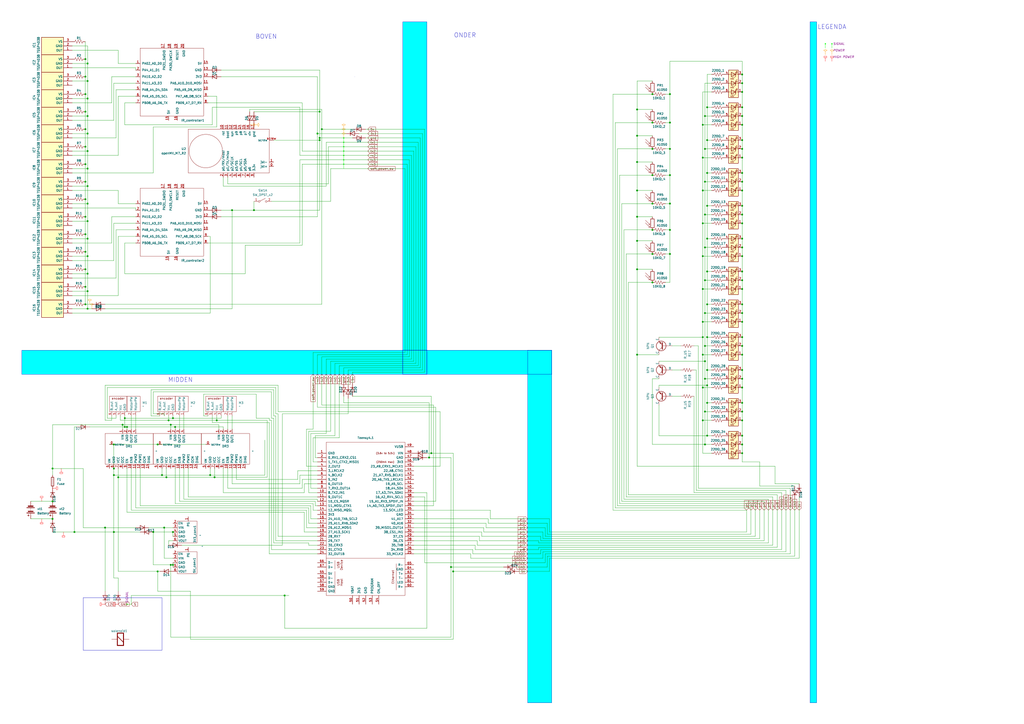
<source format=kicad_sch>
(kicad_sch (version 20250114) (generator "eeschema") (generator_version "9.0")
  (paper "A2")
  (rectangle (start 205.74 44.45) (end 205.74 44.45))
  (rectangle (start 233.68 203.2) (end 320.04 217.17) (fill (type color) (color 0 255 255 1)))
  (rectangle (start 306.07 203.2) (end 320.04 407.67) (fill (type color) (color 0 255 255 1)))
  (rectangle (start 48.26 346.71) (end 93.98 377.19))
  (rectangle (start 469.9 12.7) (end 473.71 407.67) (fill (type color) (color 0 255 255 1)))
  (rectangle (start 12.7 203.2) (end 247.65 217.17) (fill (type color) (color 0 255 255 1)))
  (rectangle (start 233.68 12.7) (end 247.65 217.17) (fill (type color) (color 0 255 255 1)))
  (text "BOVEN\n" (at 154.432 21.336 0) (effects (font (size 2.54 2.54))))
  (text "MIDDEN\n" (at 104.648 220.472 0) (effects (font (size 2.54 2.54))))
  (text "LEGENDA\n" (at 482.6 15.748 0) (effects (font (size 2.54 2.54))))
  (text "ONDER\n" (at 269.748 20.574 0) (effects (font (size 2.54 2.54))))
  (junction (at 30.48 300.99))
  (junction (at 407.67 110.49))
  (junction (at 410.21 214.63))
  (junction (at 408.94 257.81))
  (junction (at 388.62 101.6))
  (junction (at 430.53 143.51))
  (junction (at 49.53 95.25))
  (junction (at 410.21 157.48))
  (junction (at 430.53 262.89))
  (junction (at 95.25 306.07))
  (junction (at 99.06 327.66))
  (junction (at 99.06 246.38))
  (junction (at 430.53 167.64))
  (junction (at 60.96 306.07))
  (junction (at 185.42 64.77))
  (junction (at 408.94 181.61))
  (junction (at 378.46 147.32))
  (junction (at 430.53 81.28))
  (junction (at 49.53 176.53))
  (junction (at 410.21 119.38))
  (junction (at 50.8 67.31))
  (junction (at 430.53 119.38))
  (junction (at 49.53 115.57))
  (junction (at 49.53 34.29))
  (junction (at 430.53 252.73))
  (junction (at 407.67 243.84))
  (junction (at 369.57 125.73))
  (junction (at 124.46 276.86))
  (junction (at 50.8 158.75))
  (junction (at 430.53 214.63))
  (junction (at 430.53 233.68))
  (junction (at 430.53 72.39))
  (junction (at 430.53 100.33))
  (junction (at 407.67 72.39))
  (junction (at 49.53 135.89))
  (junction (at 378.46 101.6))
  (junction (at 49.53 166.37))
  (junction (at 378.46 163.83))
  (junction (at 100.33 308.61))
  (junction (at 185.42 80.01))
  (junction (at 408.94 67.31))
  (junction (at 408.94 105.41))
  (junction (at 410.21 176.53))
  (junction (at 72.39 242.57))
  (junction (at 100.33 327.66))
  (junction (at 50.8 77.47))
  (junction (at 430.53 53.34))
  (junction (at 378.46 71.12))
  (junction (at 408.94 124.46))
  (junction (at 388.62 118.11))
  (junction (at 50.8 138.43))
  (junction (at 410.21 81.28))
  (junction (at 430.53 110.49))
  (junction (at 49.53 64.77))
  (junction (at 430.53 62.23))
  (junction (at 408.94 238.76))
  (junction (at 407.67 195.58))
  (junction (at 50.8 168.91))
  (junction (at 186.69 74.93))
  (junction (at 430.53 67.31))
  (junction (at 430.53 181.61))
  (junction (at 430.53 224.79))
  (junction (at 430.53 124.46))
  (junction (at 407.67 186.69))
  (junction (at 72.39 247.65))
  (junction (at 410.21 195.58))
  (junction (at 430.53 205.74))
  (junction (at 30.48 290.83))
  (junction (at 91.44 331.47))
  (junction (at 49.53 125.73))
  (junction (at 50.8 36.83))
  (junction (at 121.92 275.59))
  (junction (at 96.52 276.86))
  (junction (at 410.21 233.68))
  (junction (at 430.53 176.53))
  (junction (at 185.42 81.28))
  (junction (at 410.21 223.52))
  (junction (at 71.12 246.38))
  (junction (at 147.32 121.92))
  (junction (at 50.8 128.27))
  (junction (at 49.53 156.21))
  (junction (at 430.53 243.84))
  (junction (at 184.15 77.47))
  (junction (at 66.04 275.59))
  (junction (at 388.62 86.36))
  (junction (at 101.6 247.65))
  (junction (at 73.66 247.65))
  (junction (at 50.8 46.99))
  (junction (at 408.94 219.71))
  (junction (at 430.53 257.81))
  (junction (at 407.67 129.54))
  (junction (at 430.53 238.76))
  (junction (at 408.94 200.66))
  (junction (at 430.53 43.18))
  (junction (at 407.67 167.64))
  (junction (at 430.53 200.66))
  (junction (at 430.53 129.54))
  (junction (at 378.46 118.11))
  (junction (at 49.53 44.45))
  (junction (at 430.53 157.48))
  (junction (at 369.57 139.7))
  (junction (at 408.94 86.36))
  (junction (at 88.9 308.61))
  (junction (at 91.44 257.81))
  (junction (at 100.33 242.57))
  (junction (at 49.53 74.93))
  (junction (at 369.57 205.74))
  (junction (at 49.53 146.05))
  (junction (at 430.53 105.41))
  (junction (at 388.62 71.12))
  (junction (at 50.8 118.11))
  (junction (at 378.46 54.61))
  (junction (at 430.53 148.59))
  (junction (at 66.04 257.81))
  (junction (at 410.21 100.33))
  (junction (at 369.57 78.74))
  (junction (at 388.62 147.32))
  (junction (at 408.94 209.55))
  (junction (at 97.79 243.84))
  (junction (at 430.53 162.56))
  (junction (at 430.53 219.71))
  (junction (at 369.57 63.5))
  (junction (at 68.58 276.86))
  (junction (at 407.67 148.59))
  (junction (at 248.92 265.43))
  (junction (at 410.21 138.43))
  (junction (at 50.8 97.79))
  (junction (at 430.53 138.43))
  (junction (at 165.1 345.44))
  (junction (at 407.67 205.74))
  (junction (at 388.62 133.35))
  (junction (at 125.73 243.84))
  (junction (at 50.8 87.63))
  (junction (at 410.21 62.23))
  (junction (at 430.53 91.44))
  (junction (at 261.62 328.93))
  (junction (at 50.8 57.15))
  (junction (at 50.8 107.95))
  (junction (at 66.04 271.78))
  (junction (at 369.57 110.49))
  (junction (at 262.89 331.47))
  (junction (at 408.94 162.56))
  (junction (at 49.53 85.09))
  (junction (at 49.53 105.41))
  (junction (at 430.53 48.26))
  (junction (at 250.19 262.89))
  (junction (at 388.62 54.61))
  (junction (at 93.98 275.59))
  (junction (at 30.48 271.78))
  (junction (at 378.46 133.35))
  (junction (at 369.57 93.98))
  (junction (at 408.94 143.51))
  (junction (at 407.67 224.79))
  (junction (at 134.62 121.92))
  (junction (at 43.18 308.61))
  (junction (at 50.8 179.07))
  (junction (at 369.57 156.21))
  (junction (at 430.53 86.36))
  (junction (at 430.53 186.69))
  (junction (at 49.53 54.61))
  (junction (at 430.53 195.58))
  (junction (at 50.8 148.59))
  (junction (at 407.67 91.44))
  (junction (at 378.46 86.36))
  (junction (at 410.21 252.73))
  (junction (at 66.04 308.61))
  (wire (pts (xy 440.69 267.97) (xy 430.53 267.97)))
  (wire (pts (xy 86.36 306.07) (xy 95.25 306.07)))
  (wire (pts (xy 41.91 148.59) (xy 50.8 148.59)))
  (wire (pts (xy 407.67 224.79) (xy 412.75 224.79)))
  (wire (pts (xy 403.86 284.48) (xy 403.86 214.63)))
  (wire (pts (xy 177.8 306.07) (xy 177.8 295.91)))
  (wire (pts (xy 407.67 167.64) (xy 407.67 186.69)))
  (wire (pts (xy 463.55 288.29) (xy 463.55 323.85)))
  (wire (pts (xy 41.91 168.91) (xy 50.8 168.91)))
  (wire (pts (xy 157.48 318.77) (xy 157.48 243.84)))
  (wire (pts (xy 204.47 215.9) (xy 246.38 215.9)))
  (wire (pts (xy 173.99 140.97) (xy 173.99 92.71)))
  (wire (pts (xy 408.94 238.76) (xy 412.75 238.76)))
  (wire (pts (xy 180.34 283.21) (xy 180.34 251.46)))
  (wire (pts (xy 60.96 306.07) (xy 60.96 342.9)))
  (wire (pts (xy 318.77 308.61) (xy 433.07 308.61)))
  (wire (pts (xy 49.53 176.53) (xy 53.34 176.53)))
  (wire (pts (xy 76.2 241.3) (xy 76.2 248.92)))
  (wire (pts (xy 316.23 311.15) (xy 438.15 311.15)))
  (wire (pts (xy 243.84 80.01) (xy 243.84 213.36)))
  (wire (pts (xy 412.75 43.18) (xy 410.21 43.18)))
  (wire (pts (xy 91.44 331.47) (xy 92.71 331.47)))
  (wire (pts (xy 430.53 233.68) (xy 430.53 238.76)))
  (wire (pts (xy 281.94 306.07) (xy 316.23 306.07)))
  (wire (pts (xy 175.26 87.63) (xy 175.26 59.69)))
  (wire (pts (xy 361.95 289.56) (xy 445.77 289.56)))
  (wire (pts (xy 318.77 331.47) (xy 318.77 323.85)))
  (wire (pts (xy 382.27 195.58) (xy 407.67 195.58)))
  (wire (pts (xy 408.94 124.46) (xy 408.94 105.41)))
  (wire (pts (xy 240.03 308.61) (xy 279.4 308.61)))
  (wire (pts (xy 60.96 223.52) (xy 161.29 223.52)))
  (wire (pts (xy 173.99 275.59) (xy 173.99 280.67)))
  (wire (pts (xy 194.31 210.82) (xy 241.3 210.82)))
  (wire (pts (xy 313.69 313.69) (xy 313.69 311.15)))
  (wire (pts (xy 196.85 212.09) (xy 196.85 254)))
  (wire (pts (xy 355.6 295.91) (xy 355.6 54.61)))
  (wire (pts (xy 93.98 275.59) (xy 93.98 271.78)))
  (wire (pts (xy 408.94 181.61) (xy 412.75 181.61)))
  (wire (pts (xy 186.69 63.5) (xy 186.69 74.93)))
  (wire (pts (xy 41.91 90.17) (xy 68.58 90.17)))
  (wire (pts (xy 284.48 300.99) (xy 318.77 300.99)))
  (wire (pts (xy 156.21 245.11) (xy 156.21 321.31)))
  (wire (pts (xy 91.44 331.47) (xy 91.44 342.9)))
  (wire (pts (xy 407.67 186.69) (xy 407.67 195.58)))
  (wire (pts (xy 175.26 95.25) (xy 236.22 95.25)))
  (wire (pts (xy 81.28 293.37) (xy 81.28 271.78)))
  (wire (pts (xy 278.13 313.69) (xy 312.42 313.69)))
  (wire (pts (xy 430.53 91.44) (xy 430.53 100.33)))
  (wire (pts (xy 430.53 157.48) (xy 430.53 162.56)))
  (wire (pts (xy 314.96 308.61) (xy 314.96 312.42)))
  (wire (pts (xy 430.53 181.61) (xy 430.53 186.69)))
  (wire (pts (xy 41.91 26.67) (xy 50.8 26.67)))
  (wire (pts (xy 88.9 100.33) (xy 88.9 73.66)))
  (wire (pts (xy 369.57 63.5) (xy 378.46 63.5)))
  (wire (pts (xy 283.21 303.53) (xy 317.5 303.53)))
  (wire (pts (xy 68.58 90.17) (xy 68.58 55.88)))
  (wire (pts (xy 142.24 158.75) (xy 142.24 142.24)))
  (wire (pts (xy 455.93 284.48) (xy 455.93 320.04)))
  (wire (pts (xy 378.46 86.36) (xy 358.14 86.36)))
  (wire (pts (xy 134.62 179.07) (xy 134.62 121.92)))
  (wire (pts (xy 184.15 265.43) (xy 182.88 265.43)))
  (wire (pts (xy 240.03 311.15) (xy 278.13 311.15)))
  (wire (pts (xy 378.46 147.32) (xy 363.22 147.32)))
  (wire (pts (xy 99.06 369.57) (xy 261.62 369.57)))
  (wire (pts (xy 158.75 81.28) (xy 185.42 81.28)))
  (wire (pts (xy 407.67 129.54) (xy 412.75 129.54)))
  (wire (pts (xy 66.04 271.78) (xy 66.04 275.59)))
  (wire (pts (xy 369.57 46.99) (xy 378.46 46.99)))
  (wire (pts (xy 281.94 303.53) (xy 281.94 306.07)))
  (wire (pts (xy 72.39 247.65) (xy 73.66 247.65)))
  (wire (pts (xy 50.8 26.67) (xy 50.8 36.83)))
  (wire (pts (xy 180.34 283.21) (xy 184.15 283.21)))
  (wire (pts (xy 369.57 125.73) (xy 369.57 110.49)))
  (wire (pts (xy 49.53 156.21) (xy 49.53 166.37)))
  (wire (pts (xy 378.46 257.81) (xy 408.94 257.81)))
  (wire (pts (xy 184.15 77.47) (xy 184.15 125.73)))
  (wire (pts (xy 274.32 321.31) (xy 313.69 321.31)))
  (wire (pts (xy 262.89 262.89) (xy 250.19 262.89)))
  (wire (pts (xy 240.03 209.55) (xy 240.03 87.63)))
  (wire (pts (xy 408.94 257.81) (xy 408.94 238.76)))
  (wire (pts (xy 199.39 229.87) (xy 199.39 233.68)))
  (wire (pts (xy 95.25 306.07) (xy 100.33 306.07)))
  (wire (pts (xy 388.62 54.61) (xy 388.62 71.12)))
  (wire (pts (xy 378.46 78.74) (xy 369.57 78.74)))
  (wire (pts (xy 88.9 308.61) (xy 100.33 308.61)))
  (wire (pts (xy 408.94 86.36) (xy 408.94 67.31)))
  (wire (pts (xy 184.15 77.47) (xy 200.66 77.47)))
  (wire (pts (xy 64.77 241.3) (xy 64.77 243.84)))
  (wire (pts (xy 66.04 48.26) (xy 78.74 48.26)))
  (wire (pts (xy 147.32 64.77) (xy 185.42 64.77)))
  (wire (pts (xy 49.53 95.25) (xy 49.53 105.41)))
  (wire (pts (xy 199.39 213.36) (xy 243.84 213.36)))
  (wire (pts (xy 50.8 67.31) (xy 50.8 77.47)))
  (wire (pts (xy 101.6 271.78) (xy 101.6 292.1)))
  (wire (pts (xy 449.58 270.51) (xy 449.58 280.67)))
  (wire (pts (xy 407.67 243.84) (xy 412.75 243.84)))
  (wire (pts (xy 408.94 124.46) (xy 412.75 124.46)))
  (wire (pts (xy 121.92 275.59) (xy 93.98 275.59)))
  (wire (pts (xy 433.07 295.91) (xy 433.07 308.61)))
  (wire (pts (xy 78.74 52.07) (xy 67.31 52.07)))
  (wire (pts (xy 100.33 326.39) (xy 100.33 327.66)))
  (wire (pts (xy 407.67 262.89) (xy 412.75 262.89)))
  (wire (pts (xy 246.38 326.39) (xy 316.23 326.39)))
  (wire (pts (xy 369.57 78.74) (xy 369.57 63.5)))
  (wire (pts (xy 68.58 331.47) (xy 68.58 276.86)))
  (wire (pts (xy 408.94 209.55) (xy 408.94 219.71)))
  (wire (pts (xy 410.21 252.73) (xy 382.27 252.73)))
  (wire (pts (xy 62.23 242.57) (xy 62.23 224.79)))
  (wire (pts (xy 95.25 241.3) (xy 95.25 240.03)))
  (wire (pts (xy 191.77 97.79) (xy 234.95 97.79)))
  (wire (pts (xy 134.62 280.67) (xy 173.99 280.67)))
  (wire (pts (xy 407.67 205.74) (xy 407.67 224.79)))
  (wire (pts (xy 185.42 80.01) (xy 204.47 80.01)))
  (wire (pts (xy 71.12 246.38) (xy 30.48 246.38)))
  (wire (pts (xy 312.42 314.96) (xy 312.42 313.69)))
  (wire (pts (xy 184.15 275.59) (xy 173.99 275.59)))
  (wire (pts (xy 157.48 227.33) (xy 157.48 242.57)))
  (wire (pts (xy 100.33 242.57) (xy 128.27 242.57)))
  (wire (pts (xy 185.42 64.77) (xy 185.42 80.01)))
  (wire (pts (xy 99.06 246.38) (xy 71.12 246.38)))
  (wire (pts (xy 50.8 128.27) (xy 50.8 138.43)))
  (wire (pts (xy 430.53 110.49) (xy 430.53 119.38)))
  (wire (pts (xy 128.27 125.73) (xy 184.15 125.73)))
  (wire (pts (xy 172.72 278.13) (xy 172.72 273.05)))
  (wire (pts (xy 50.8 128.27) (xy 50.8 118.11)))
  (wire (pts (xy 410.21 138.43) (xy 410.21 157.48)))
  (wire (pts (xy 184.15 289.56) (xy 184.15 290.83)))
  (wire (pts (xy 407.67 243.84) (xy 407.67 262.89)))
  (wire (pts (xy 394.97 200.66) (xy 389.89 200.66)))
  (wire (pts (xy 60.96 176.53) (xy 186.69 176.53)))
  (wire (pts (xy 240.03 316.23) (xy 275.59 316.23)))
  (wire (pts (xy 49.53 34.29) (xy 49.53 44.45)))
  (wire (pts (xy 30.48 271.78) (xy 30.48 275.59)))
  (wire (pts (xy 179.07 314.96) (xy 179.07 316.23)))
  (wire (pts (xy 430.53 124.46) (xy 430.53 129.54)))
  (wire (pts (xy 125.73 73.66) (xy 125.73 55.88)))
  (wire (pts (xy 121.92 275.59) (xy 153.67 275.59)))
  (wire (pts (xy 184.15 318.77) (xy 157.48 318.77)))
  (wire (pts (xy 458.47 283.21) (xy 458.47 321.31)))
  (wire (pts (xy 95.25 323.85) (xy 100.33 323.85)))
  (wire (pts (xy 201.93 240.03) (xy 201.93 231.14)))
  (wire (pts (xy 312.42 314.96) (xy 445.77 314.96)))
  (wire (pts (xy 104.14 290.83) (xy 182.88 290.83)))
  (wire (pts (xy 97.79 243.84) (xy 97.79 241.3)))
  (wire (pts (xy 293.37 331.47) (xy 262.89 331.47)))
  (wire (pts (xy 41.91 128.27) (xy 50.8 128.27)))
  (wire (pts (xy 388.62 101.6) (xy 388.62 118.11)))
  (wire (pts (xy 199.39 213.36) (xy 199.39 222.25)))
  (wire (pts (xy 134.62 271.78) (xy 134.62 280.67)))
  (wire (pts (xy 255.27 270.51) (xy 240.03 270.51)))
  (wire (pts (xy 255.27 238.76) (xy 255.27 270.51)))
  (wire (pts (xy 49.53 125.73) (xy 49.53 135.89)))
  (wire (pts (xy 189.23 208.28) (xy 189.23 251.46)))
  (wire (pts (xy 274.32 318.77) (xy 274.32 321.31)))
  (wire (pts (xy 407.67 53.34) (xy 407.67 72.39)))
  (wire (pts (xy 317.5 322.58) (xy 461.01 322.58)))
  (wire (pts (xy 180.34 300.99) (xy 180.34 293.37)))
  (wire (pts (xy 196.85 212.09) (xy 242.57 212.09)))
  (wire (pts (xy 66.04 308.61) (xy 81.28 308.61)))
  (wire (pts (xy 369.57 78.74) (xy 369.57 93.98)))
  (wire (pts (xy 64.77 125.73) (xy 64.77 140.97)))
  (wire (pts (xy 76.2 350.52) (xy 76.2 345.44)))
  (wire (pts (xy 49.53 54.61) (xy 49.53 64.77)))
  (wire (pts (xy 355.6 295.91) (xy 433.07 295.91)))
  (wire (pts (xy 262.89 331.47) (xy 262.89 370.84)))
  (wire (pts (xy 163.83 316.23) (xy 163.83 240.03)))
  (wire (pts (xy 184.15 205.74) (xy 184.15 236.22)))
  (wire (pts (xy 91.44 257.81) (xy 119.38 257.81)))
  (wire (pts (xy 118.11 228.6) (xy 148.59 228.6)))
  (wire (pts (xy 407.67 167.64) (xy 412.75 167.64)))
  (wire (pts (xy 430.53 214.63) (xy 430.53 219.71)))
  (wire (pts (xy 66.04 275.59) (xy 66.04 308.61)))
  (wire (pts (xy 127 248.92) (xy 127 246.38)))
  (wire (pts (xy 76.2 271.78) (xy 76.2 295.91)))
  (wire (pts (xy 204.47 215.9) (xy 204.47 222.25)))
  (wire (pts (xy 407.67 110.49) (xy 407.67 129.54)))
  (wire (pts (xy 100.33 308.61) (xy 100.33 311.15)))
  (wire (pts (xy 160.02 240.03) (xy 161.29 240.03)))
  (wire (pts (xy 410.21 157.48) (xy 410.21 176.53)))
  (wire (pts (xy 430.53 224.79) (xy 430.53 233.68)))
  (wire (pts (xy 132.08 106.68) (xy 190.5 106.68)))
  (wire (pts (xy 64.77 140.97) (xy 41.91 140.97)))
  (wire (pts (xy 66.04 257.81) (xy 91.44 257.81)))
  (wire (pts (xy 48.26 271.78) (xy 48.26 306.07)))
  (wire (pts (xy 369.57 63.5) (xy 369.57 46.99)))
  (wire (pts (xy 158.75 226.06) (xy 158.75 241.3)))
  (wire (pts (xy 363.22 288.29) (xy 363.22 147.32)))
  (wire (pts (xy 443.23 290.83) (xy 443.23 313.69)))
  (wire (pts (xy 410.21 176.53) (xy 410.21 195.58)))
  (wire (pts (xy 430.53 176.53) (xy 430.53 181.61)))
  (wire (pts (xy 68.58 118.11) (xy 78.74 118.11)))
  (wire (pts (xy 240.03 318.77) (xy 274.32 318.77)))
  (wire (pts (xy 410.21 119.38) (xy 412.75 119.38)))
  (wire (pts (xy 123.19 245.11) (xy 156.21 245.11)))
  (wire (pts (xy 179.07 250.19) (xy 179.07 285.75)))
  (wire (pts (xy 262.89 262.89) (xy 262.89 331.47)))
  (wire (pts (xy 121.92 271.78) (xy 121.92 275.59)))
  (wire (pts (xy 408.94 67.31) (xy 412.75 67.31)))
  (wire (pts (xy 185.42 40.64) (xy 185.42 64.77)))
  (wire (pts (xy 378.46 125.73) (xy 369.57 125.73)))
  (wire (pts (xy 388.62 86.36) (xy 388.62 71.12)))
  (wire (pts (xy 180.34 251.46) (xy 189.23 251.46)))
  (wire (pts (xy 240.03 303.53) (xy 281.94 303.53)))
  (wire (pts (xy 410.21 100.33) (xy 412.75 100.33)))
  (wire (pts (xy 132.08 283.21) (xy 132.08 271.78)))
  (wire (pts (xy 105.41 316.23) (xy 163.83 316.23)))
  (wire (pts (xy 208.28 77.47) (xy 245.11 77.47)))
  (wire (pts (xy 63.5 257.81) (xy 66.04 257.81)))
  (wire (pts (xy 184.15 205.74) (xy 236.22 205.74)))
  (wire (pts (xy 184.15 44.45) (xy 184.15 77.47)))
  (wire (pts (xy 449.58 280.67) (xy 463.55 280.67)))
  (wire (pts (xy 68.58 271.78) (xy 68.58 276.86)))
  (wire (pts (xy 64.77 59.69) (xy 41.91 59.69)))
  (wire (pts (xy 458.47 283.21) (xy 405.13 283.21)))
  (wire (pts (xy 129.54 271.78) (xy 129.54 285.75)))
  (wire (pts (xy 95.25 323.85) (xy 95.25 306.07)))
  (wire (pts (xy 50.8 179.07) (xy 53.34 179.07)))
  (wire (pts (xy 17.78 300.99) (xy 30.48 300.99)))
  (wire (pts (xy 407.67 224.79) (xy 407.67 243.84)))
  (wire (pts (xy 132.08 102.87) (xy 132.08 106.68)))
  (wire (pts (xy 88.9 308.61) (xy 88.9 327.66)))
  (wire (pts (xy 378.46 219.71) (xy 378.46 257.81)))
  (wire (pts (xy 199.39 233.68) (xy 248.92 233.68)))
  (wire (pts (xy 176.53 308.61) (xy 184.15 308.61)))
  (wire (pts (xy 92.71 241.3) (xy 87.63 241.3)))
  (wire (pts (xy 175.26 278.13) (xy 184.15 278.13)))
  (wire (pts (xy 186.69 207.01) (xy 186.69 234.95)))
  (wire (pts (xy 408.94 238.76) (xy 408.94 219.71)))
  (wire (pts (xy 50.8 36.83) (xy 41.91 36.83)))
  (wire (pts (xy 186.69 207.01) (xy 237.49 207.01)))
  (wire (pts (xy 314.96 323.85) (xy 314.96 320.04)))
  (wire (pts (xy 185.42 40.64) (xy 128.27 40.64)))
  (wire (pts (xy 430.53 72.39) (xy 430.53 81.28)))
  (wire (pts (xy 430.53 195.58) (xy 430.53 200.66)))
  (wire (pts (xy 242.57 82.55) (xy 242.57 212.09)))
  (wire (pts (xy 194.31 210.82) (xy 194.31 252.73)))
  (wire (pts (xy 41.91 39.37) (xy 78.74 39.37)))
  (wire (pts (xy 87.63 226.06) (xy 158.75 226.06)))
  (wire (pts (xy 50.8 118.11) (xy 41.91 118.11)))
  (wire (pts (xy 165.1 345.44) (xy 165.1 364.49)))
  (wire (pts (xy 43.18 308.61) (xy 66.04 308.61)))
  (wire (pts (xy 386.08 54.61) (xy 388.62 54.61)))
  (wire (pts (xy 165.1 364.49) (xy 247.65 364.49)))
  (wire (pts (xy 41.91 87.63) (xy 50.8 87.63)))
  (wire (pts (xy 410.21 81.28) (xy 412.75 81.28)))
  (wire (pts (xy 237.49 207.01) (xy 237.49 92.71)))
  (wire (pts (xy 369.57 110.49) (xy 369.57 93.98)))
  (wire (pts (xy 430.53 35.56) (xy 430.53 43.18)))
  (wire (pts (xy 430.53 148.59) (xy 430.53 157.48)))
  (wire (pts (xy 430.53 119.38) (xy 430.53 124.46)))
  (wire (pts (xy 160.02 313.69) (xy 160.02 241.3)))
  (wire (pts (xy 181.61 248.92) (xy 177.8 248.92)))
  (wire (pts (xy 179.07 294.64) (xy 179.07 303.53)))
  (wire (pts (xy 408.94 162.56) (xy 408.94 143.51)))
  (wire (pts (xy 72.39 241.3) (xy 72.39 242.57)))
  (wire (pts (xy 132.08 241.3) (xy 132.08 248.92)))
  (wire (pts (xy 110.49 370.84) (xy 262.89 370.84)))
  (wire (pts (xy 246.38 326.39) (xy 246.38 288.29)))
  (wire (pts (xy 438.15 293.37) (xy 358.14 293.37)))
  (wire (pts (xy 407.67 91.44) (xy 407.67 110.49)))
  (wire (pts (xy 378.46 118.11) (xy 360.68 118.11)))
  (wire (pts (xy 66.04 129.54) (xy 78.74 129.54)))
  (wire (pts (xy 382.27 219.71) (xy 378.46 219.71)))
  (wire (pts (xy 386.08 101.6) (xy 388.62 101.6)))
  (wire (pts (xy 72.39 242.57) (xy 100.33 242.57)))
  (wire (pts (xy 360.68 290.83) (xy 360.68 118.11)))
  (wire (pts (xy 125.73 243.84) (xy 154.94 243.84)))
  (wire (pts (xy 369.57 139.7) (xy 369.57 156.21)))
  (wire (pts (xy 179.07 303.53) (xy 184.15 303.53)))
  (wire (pts (xy 41.91 171.45) (xy 68.58 171.45)))
  (wire (pts (xy 132.08 283.21) (xy 175.26 283.21)))
  (wire (pts (xy 299.72 328.93) (xy 317.5 328.93)))
  (wire (pts (xy 153.67 275.59) (xy 153.67 255.27)))
  (wire (pts (xy 408.94 48.26) (xy 412.75 48.26)))
  (wire (pts (xy 190.5 85.09) (xy 241.3 85.09)))
  (wire (pts (xy 430.53 105.41) (xy 430.53 110.49)))
  (wire (pts (xy 402.59 229.87) (xy 402.59 285.75)))
  (wire (pts (xy 359.41 292.1) (xy 440.69 292.1)))
  (wire (pts (xy 410.21 138.43) (xy 412.75 138.43)))
  (wire (pts (xy 181.61 267.97) (xy 184.15 267.97)))
  (wire (pts (xy 408.94 200.66) (xy 408.94 181.61)))
  (wire (pts (xy 247.65 285.75) (xy 240.03 285.75)))
  (wire (pts (xy 407.67 72.39) (xy 407.67 91.44)))
  (wire (pts (xy 204.47 229.87) (xy 250.19 229.87)))
  (wire (pts (xy 49.53 115.57) (xy 49.53 125.73)))
  (wire (pts (xy 73.66 271.78) (xy 73.66 297.18)))
  (wire (pts (xy 175.26 95.25) (xy 175.26 142.24)))
  (wire (pts (xy 68.58 335.28) (xy 66.04 335.28)))
  (wire (pts (xy 173.99 90.17) (xy 238.76 90.17)))
  (wire (pts (xy 106.68 271.78) (xy 106.68 289.56)))
  (wire (pts (xy 251.46 234.95) (xy 186.69 234.95)))
  (wire (pts (xy 407.67 148.59) (xy 412.75 148.59)))
  (wire (pts (xy 407.67 195.58) (xy 407.67 205.74)))
  (wire (pts (xy 312.42 318.77) (xy 312.42 317.5)))
  (wire (pts (xy 68.58 36.83) (xy 78.74 36.83)))
  (wire (pts (xy 100.33 327.66) (xy 100.33 328.93)))
  (wire (pts (xy 100.33 242.57) (xy 100.33 241.3)))
  (wire (pts (xy 158.75 314.96) (xy 179.07 314.96)))
  (wire (pts (xy 261.62 265.43) (xy 261.62 328.93)))
  (wire (pts (xy 250.19 229.87) (xy 250.19 262.89)))
  (wire (pts (xy 240.03 306.07) (xy 280.67 306.07)))
  (wire (pts (xy 41.91 67.31) (xy 50.8 67.31)))
  (wire (pts (xy 66.04 335.28) (xy 66.04 308.61)))
  (wire (pts (xy 212.09 74.93) (xy 246.38 74.93)))
  (wire (pts (xy 388.62 35.56) (xy 430.53 35.56)))
  (wire (pts (xy 128.27 44.45) (xy 184.15 44.45)))
  (wire (pts (xy 49.53 146.05) (xy 49.53 156.21)))
  (wire (pts (xy 196.85 254) (xy 181.61 254)))
  (wire (pts (xy 412.75 53.34) (xy 407.67 53.34)))
  (wire (pts (xy 430.53 162.56) (xy 430.53 167.64)))
  (wire (pts (xy 30.48 246.38) (xy 30.48 271.78)))
  (wire (pts (xy 109.22 288.29) (xy 184.15 288.29)))
  (wire (pts (xy 128.27 121.92) (xy 134.62 121.92)))
  (wire (pts (xy 388.62 118.11) (xy 386.08 118.11)))
  (wire (pts (xy 386.08 133.35) (xy 388.62 133.35)))
  (wire (pts (xy 69.85 243.84) (xy 69.85 241.3)))
  (wire (pts (xy 50.8 179.07) (xy 41.91 179.07)))
  (wire (pts (xy 161.29 238.76) (xy 255.27 238.76)))
  (wire (pts (xy 175.26 87.63) (xy 240.03 87.63)))
  (wire (pts (xy 68.58 110.49) (xy 68.58 118.11)))
  (wire (pts (xy 430.53 53.34) (xy 430.53 62.23)))
  (wire (pts (xy 185.42 121.92) (xy 185.42 81.28)))
  (wire (pts (xy 148.59 242.57) (xy 156.21 242.57)))
  (wire (pts (xy 247.65 265.43) (xy 248.92 265.43)))
  (wire (pts (xy 76.2 345.44) (xy 165.1 345.44)))
  (wire (pts (xy 60.96 179.07) (xy 134.62 179.07)))
  (wire (pts (xy 440.69 281.94) (xy 461.01 281.94)))
  (wire (pts (xy 378.46 54.61) (xy 355.6 54.61)))
  (wire (pts (xy 173.99 92.71) (xy 237.49 92.71)))
  (wire (pts (xy 410.21 223.52) (xy 410.21 233.68)))
  (wire (pts (xy 50.8 97.79) (xy 50.8 107.95)))
  (wire (pts (xy 369.57 156.21) (xy 369.57 205.74)))
  (wire (pts (xy 430.53 243.84) (xy 430.53 252.73)))
  (wire (pts (xy 49.53 24.13) (xy 49.53 34.29)))
  (wire (pts (xy 238.76 90.17) (xy 238.76 208.28)))
  (wire (pts (xy 410.21 157.48) (xy 412.75 157.48)))
  (wire (pts (xy 78.74 59.69) (xy 72.39 59.69)))
  (wire (pts (xy 176.53 280.67) (xy 176.53 285.75)))
  (wire (pts (xy 461.01 289.56) (xy 461.01 322.58)))
  (wire (pts (xy 408.94 219.71) (xy 412.75 219.71)))
  (wire (pts (xy 104.14 290.83) (xy 104.14 271.78)))
  (wire (pts (xy 125.73 243.84) (xy 97.79 243.84)))
  (wire (pts (xy 64.77 243.84) (xy 60.96 243.84)))
  (wire (pts (xy 110.49 342.9) (xy 110.49 370.84)))
  (wire (pts (xy 388.62 163.83) (xy 386.08 163.83)))
  (wire (pts (xy 448.31 288.29) (xy 363.22 288.29)))
  (wire (pts (xy 240.03 295.91) (xy 284.48 295.91)))
  (wire (pts (xy 453.39 285.75) (xy 402.59 285.75)))
  (wire (pts (xy 165.1 345.44) (xy 167.64 345.44)))
  (wire (pts (xy 312.42 317.5) (xy 450.85 317.5)))
  (wire (pts (xy 408.94 181.61) (xy 408.94 162.56)))
  (wire (pts (xy 50.8 107.95) (xy 50.8 118.11)))
  (wire (pts (xy 440.69 292.1) (xy 440.69 312.42)))
  (wire (pts (xy 382.27 252.73) (xy 382.27 234.95)))
  (wire (pts (xy 369.57 205.74) (xy 382.27 205.74)))
  (wire (pts (xy 359.41 101.6) (xy 359.41 292.1)))
  (wire (pts (xy 101.6 247.65) (xy 101.6 248.92)))
  (wire (pts (xy 410.21 214.63) (xy 410.21 223.52)))
  (wire (pts (xy 120.65 140.97) (xy 173.99 140.97)))
  (wire (pts (xy 161.29 311.15) (xy 184.15 311.15)))
  (wire (pts (xy 50.8 87.63) (xy 50.8 97.79)))
  (wire (pts (xy 455.93 284.48) (xy 403.86 284.48)))
  (wire (pts (xy 67.31 80.01) (xy 41.91 80.01)))
  (wire (pts (xy 448.31 288.29) (xy 448.31 316.23)))
  (wire (pts (xy 88.9 327.66) (xy 99.06 327.66)))
  (wire (pts (xy 50.8 77.47) (xy 41.91 77.47)))
  (wire (pts (xy 100.33 313.69) (xy 97.79 313.69)))
  (wire (pts (xy 186.69 74.93) (xy 204.47 74.93)))
  (wire (pts (xy 388.62 147.32) (xy 388.62 163.83)))
  (wire (pts (xy 283.21 300.99) (xy 283.21 303.53)))
  (wire (pts (xy 43.18 247.65) (xy 44.45 247.65)))
  (wire (pts (xy 369.57 139.7) (xy 378.46 139.7)))
  (wire (pts (xy 123.19 72.39) (xy 123.19 62.23)))
  (wire (pts (xy 361.95 133.35) (xy 361.95 289.56)))
  (wire (pts (xy 48.26 306.07) (xy 60.96 306.07)))
  (wire (pts (xy 407.67 205.74) (xy 412.75 205.74)))
  (wire (pts (xy 177.8 248.92) (xy 177.8 270.51)))
  (wire (pts (xy 407.67 72.39) (xy 412.75 72.39)))
  (wire (pts (xy 106.68 241.3) (xy 106.68 248.92)))
  (wire (pts (xy 189.23 208.28) (xy 238.76 208.28)))
  (wire (pts (xy 128.27 242.57) (xy 128.27 241.3)))
  (wire (pts (xy 408.94 67.31) (xy 408.94 48.26)))
  (wire (pts (xy 410.21 43.18) (xy 410.21 62.23)))
  (wire (pts (xy 261.62 328.93) (xy 292.1 328.93)))
  (wire (pts (xy 95.25 240.03) (xy 88.9 240.03)))
  (wire (pts (xy 240.03 313.69) (xy 276.86 313.69)))
  (wire (pts (xy 245.11 77.47) (xy 245.11 214.63)))
  (wire (pts (xy 252.73 236.22) (xy 184.15 236.22)))
  (wire (pts (xy 189.23 82.55) (xy 242.57 82.55)))
  (wire (pts (xy 157.48 242.57) (xy 158.75 242.57)))
  (wire (pts (xy 369.57 156.21) (xy 378.46 156.21)))
  (wire (pts (xy 101.6 247.65) (xy 129.54 247.65)))
  (wire (pts (xy 316.23 321.31) (xy 458.47 321.31)))
  (wire (pts (xy 276.86 313.69) (xy 276.86 316.23)))
  (wire (pts (xy 73.66 247.65) (xy 101.6 247.65)))
  (wire (pts (xy 273.05 323.85) (xy 314.96 323.85)))
  (wire (pts (xy 280.67 308.61) (xy 314.96 308.61)))
  (wire (pts (xy 284.48 295.91) (xy 284.48 300.99)))
  (wire (pts (xy 60.96 243.84) (xy 60.96 223.52)))
  (wire (pts (xy 78.74 294.64) (xy 179.07 294.64)))
  (wire (pts (xy 41.91 151.13) (xy 66.04 151.13)))
  (wire (pts (xy 412.75 257.81) (xy 408.94 257.81)))
  (wire (pts (xy 50.8 67.31) (xy 50.8 57.15)))
  (wire (pts (xy 68.58 55.88) (xy 78.74 55.88)))
  (wire (pts (xy 134.62 121.92) (xy 147.32 121.92)))
  (wire (pts (xy 435.61 294.64) (xy 435.61 309.88)))
  (wire (pts (xy 410.21 195.58) (xy 412.75 195.58)))
  (wire (pts (xy 72.39 242.57) (xy 72.39 247.65)))
  (wire (pts (xy 68.58 331.47) (xy 91.44 331.47)))
  (wire (pts (xy 234.95 97.79) (xy 234.95 204.47)))
  (wire (pts (xy 378.46 71.12) (xy 356.87 71.12)))
  (wire (pts (xy 49.53 85.09) (xy 49.53 95.25)))
  (wire (pts (xy 408.94 143.51) (xy 412.75 143.51)))
  (wire (pts (xy 129.54 102.87) (xy 129.54 107.95)))
  (wire (pts (xy 157.48 243.84) (xy 156.21 243.84)))
  (wire (pts (xy 191.77 116.84) (xy 191.77 97.79)))
  (wire (pts (xy 160.02 224.79) (xy 160.02 240.03)))
  (wire (pts (xy 49.53 105.41) (xy 49.53 115.57)))
  (wire (pts (xy 408.94 86.36) (xy 412.75 86.36)))
  (wire (pts (xy 388.62 133.35) (xy 388.62 147.32)))
  (wire (pts (xy 88.9 227.33) (xy 88.9 240.03)))
  (wire (pts (xy 180.34 293.37) (xy 81.28 293.37)))
  (wire (pts (xy 99.06 327.66) (xy 100.33 327.66)))
  (wire (pts (xy 246.38 74.93) (xy 246.38 215.9)))
  (wire (pts (xy 137.16 278.13) (xy 172.72 278.13)))
  (wire (pts (xy 438.15 293.37) (xy 438.15 311.15)))
  (wire (pts (xy 52.07 247.65) (xy 72.39 247.65)))
  (wire (pts (xy 408.94 200.66) (xy 412.75 200.66)))
  (wire (pts (xy 64.77 44.45) (xy 64.77 59.69)))
  (wire (pts (xy 106.68 289.56) (xy 184.15 289.56)))
  (wire (pts (xy 41.91 181.61) (xy 121.92 181.61)))
  (wire (pts (xy 179.07 285.75) (xy 184.15 285.75)))
  (wire (pts (xy 41.91 69.85) (xy 66.04 69.85)))
  (wire (pts (xy 382.27 209.55) (xy 408.94 209.55)))
  (wire (pts (xy 430.53 43.18) (xy 430.53 48.26)))
  (wire (pts (xy 314.96 312.42) (xy 440.69 312.42)))
  (wire (pts (xy 190.5 106.68) (xy 190.5 85.09)))
  (wire (pts (xy 317.5 303.53) (xy 317.5 309.88)))
  (wire (pts (xy 191.77 250.19) (xy 179.07 250.19)))
  (wire (pts (xy 240.03 293.37) (xy 251.46 293.37)))
  (wire (pts (xy 189.23 107.95) (xy 189.23 82.55)))
  (wire (pts (xy 91.44 342.9) (xy 110.49 342.9)))
  (wire (pts (xy 68.58 171.45) (xy 68.58 137.16)))
  (wire (pts (xy 50.8 46.99) (xy 50.8 57.15)))
  (wire (pts (xy 443.23 290.83) (xy 360.68 290.83)))
  (wire (pts (xy 430.53 62.23) (xy 430.53 67.31)))
  (wire (pts (xy 177.8 270.51) (xy 184.15 270.51)))
  (wire (pts (xy 410.21 81.28) (xy 410.21 100.33)))
  (wire (pts (xy 96.52 276.86) (xy 124.46 276.86)))
  (wire (pts (xy 124.46 276.86) (xy 124.46 271.78)))
  (wire (pts (xy 78.74 241.3) (xy 78.74 248.92)))
  (wire (pts (xy 93.98 275.59) (xy 66.04 275.59)))
  (wire (pts (xy 276.86 316.23) (xy 448.31 316.23)))
  (wire (pts (xy 407.67 186.69) (xy 412.75 186.69)))
  (wire (pts (xy 66.04 69.85) (xy 66.04 48.26)))
  (wire (pts (xy 72.39 158.75) (xy 142.24 158.75)))
  (wire (pts (xy 450.85 287.02) (xy 450.85 317.5)))
  (wire (pts (xy 430.53 205.74) (xy 430.53 214.63)))
  (wire (pts (xy 41.91 110.49) (xy 68.58 110.49)))
  (wire (pts (xy 275.59 316.23) (xy 275.59 318.77)))
  (wire (pts (xy 275.59 318.77) (xy 312.42 318.77)))
  (wire (pts (xy 71.12 246.38) (xy 71.12 248.92)))
  (wire (pts (xy 176.53 285.75) (xy 129.54 285.75)))
  (wire (pts (xy 182.88 265.43) (xy 182.88 252.73)))
  (wire (pts (xy 66.04 257.81) (xy 66.04 271.78)))
  (wire (pts (xy 261.62 328.93) (xy 261.62 369.57)))
  (wire (pts (xy 88.9 73.66) (xy 125.73 73.66)))
  (wire (pts (xy 181.61 204.47) (xy 234.95 204.47)))
  (wire (pts (xy 410.21 195.58) (xy 410.21 214.63)))
  (wire (pts (xy 236.22 95.25) (xy 236.22 205.74)))
  (wire (pts (xy 97.79 313.69) (xy 97.79 316.23)))
  (wire (pts (xy 430.53 257.81) (xy 430.53 262.89)))
  (wire (pts (xy 191.77 209.55) (xy 240.03 209.55)))
  (wire (pts (xy 252.73 290.83) (xy 252.73 236.22)))
  (wire (pts (xy 241.3 85.09) (xy 241.3 210.82)))
  (wire (pts (xy 185.42 81.28) (xy 185.42 80.01)))
  (wire (pts (xy 50.8 87.63) (xy 50.8 77.47)))
  (wire (pts (xy 316.23 311.15) (xy 316.23 306.07)))
  (wire (pts (xy 378.46 133.35) (xy 361.95 133.35)))
  (wire (pts (xy 273.05 321.31) (xy 240.03 321.31)))
  (wire (pts (xy 161.29 240.03) (xy 161.29 311.15)))
  (wire (pts (xy 449.58 270.51) (xy 369.57 270.51)))
  (wire (pts (xy 181.61 295.91) (xy 184.15 295.91)))
  (wire (pts (xy 120.65 241.3) (xy 118.11 241.3)))
  (wire (pts (xy 30.48 271.78) (xy 48.26 271.78)))
  (wire (pts (xy 50.8 148.59) (xy 50.8 138.43)))
  (wire (pts (xy 369.57 93.98) (xy 378.46 93.98)))
  (wire (pts (xy 109.22 288.29) (xy 109.22 271.78)))
  (wire (pts (xy 181.61 292.1) (xy 181.61 295.91)))
  (wire (pts (xy 246.38 288.29) (xy 240.03 288.29)))
  (wire (pts (xy 410.21 62.23) (xy 412.75 62.23)))
  (wire (pts (xy 184.15 300.99) (xy 180.34 300.99)))
  (wire (pts (xy 175.26 59.69) (xy 120.65 59.69)))
  (wire (pts (xy 369.57 125.73) (xy 369.57 139.7)))
  (wire (pts (xy 407.67 148.59) (xy 407.67 167.64)))
  (wire (pts (xy 154.94 243.84) (xy 154.94 276.86)))
  (wire (pts (xy 50.8 46.99) (xy 50.8 36.83)))
  (wire (pts (xy 280.67 306.07) (xy 280.67 308.61)))
  (wire (pts (xy 408.94 143.51) (xy 408.94 124.46)))
  (wire (pts (xy 121.92 181.61) (xy 121.92 137.16)))
  (wire (pts (xy 120.65 55.88) (xy 125.73 55.88)))
  (wire (pts (xy 388.62 35.56) (xy 388.62 54.61)))
  (wire (pts (xy 41.91 29.21) (xy 68.58 29.21)))
  (wire (pts (xy 68.58 276.86) (xy 96.52 276.86)))
  (wire (pts (xy 121.92 137.16) (xy 120.65 137.16)))
  (wire (pts (xy 317.5 328.93) (xy 317.5 322.58)))
  (wire (pts (xy 430.53 138.43) (xy 430.53 143.51)))
  (wire (pts (xy 388.62 133.35) (xy 388.62 118.11)))
  (wire (pts (xy 68.58 342.9) (xy 68.58 335.28)))
  (wire (pts (xy 154.94 276.86) (xy 124.46 276.86)))
  (wire (pts (xy 201.93 214.63) (xy 201.93 223.52)))
  (wire (pts (xy 66.04 151.13) (xy 66.04 129.54)))
  (wire (pts (xy 67.31 242.57) (xy 62.23 242.57)))
  (wire (pts (xy 240.03 290.83) (xy 252.73 290.83)))
  (wire (pts (xy 173.99 62.23) (xy 173.99 90.17)))
  (wire (pts (xy 134.62 241.3) (xy 134.62 248.92)))
  (wire (pts (xy 78.74 133.35) (xy 67.31 133.35)))
  (wire (pts (xy 68.58 29.21) (xy 68.58 36.83)))
  (wire (pts (xy 182.88 252.73) (xy 194.31 252.73)))
  (wire (pts (xy 410.21 252.73) (xy 412.75 252.73)))
  (wire (pts (xy 186.69 176.53) (xy 186.69 74.93)))
  (wire (pts (xy 49.53 135.89) (xy 49.53 146.05)))
  (wire (pts (xy 184.15 280.67) (xy 176.53 280.67)))
  (wire (pts (xy 430.53 48.26) (xy 430.53 53.34)))
  (wire (pts (xy 386.08 86.36) (xy 388.62 86.36)))
  (wire (pts (xy 251.46 293.37) (xy 251.46 234.95)))
  (wire (pts (xy 407.67 91.44) (xy 412.75 91.44)))
  (wire (pts (xy 184.15 313.69) (xy 160.02 313.69)))
  (wire (pts (xy 181.61 204.47) (xy 181.61 248.92)))
  (wire (pts (xy 118.11 241.3) (xy 118.11 228.6)))
  (wire (pts (xy 300.99 331.47) (xy 318.77 331.47)))
  (wire (pts (xy 67.31 133.35) (xy 67.31 161.29)))
  (wire (pts (xy 191.77 209.55) (xy 191.77 250.19)))
  (wire (pts (xy 144.78 64.77) (xy 144.78 63.5)))
  (wire (pts (xy 49.53 166.37) (xy 49.53 176.53)))
  (wire (pts (xy 388.62 86.36) (xy 388.62 101.6)))
  (wire (pts (xy 369.57 205.74) (xy 369.57 270.51)))
  (wire (pts (xy 50.8 158.75) (xy 41.91 158.75)))
  (wire (pts (xy 157.48 116.84) (xy 191.77 116.84)))
  (wire (pts (xy 78.74 120.65) (xy 78.74 121.92)))
  (wire (pts (xy 430.53 186.69) (xy 430.53 195.58)))
  (wire (pts (xy 430.53 81.28) (xy 430.53 86.36)))
  (wire (pts (xy 73.66 297.18) (xy 176.53 297.18)))
  (wire (pts (xy 78.74 39.37) (xy 78.74 40.64)))
  (wire (pts (xy 175.26 283.21) (xy 175.26 278.13)))
  (wire (pts (xy 129.54 247.65) (xy 129.54 248.92)))
  (wire (pts (xy 313.69 313.69) (xy 443.23 313.69)))
  (wire (pts (xy 41.91 100.33) (xy 88.9 100.33)))
  (wire (pts (xy 72.39 59.69) (xy 72.39 72.39)))
  (wire (pts (xy 41.91 120.65) (xy 78.74 120.65)))
  (wire (pts (xy 181.61 254) (xy 181.61 267.97)))
  (wire (pts (xy 101.6 292.1) (xy 181.61 292.1)))
  (wire (pts (xy 279.4 311.15) (xy 313.69 311.15)))
  (wire (pts (xy 248.92 233.68) (xy 248.92 265.43)))
  (wire (pts (xy 78.74 44.45) (xy 64.77 44.45)))
  (wire (pts (xy 364.49 163.83) (xy 378.46 163.83)))
  (wire (pts (xy 50.8 168.91) (xy 50.8 179.07)))
  (wire (pts (xy 430.53 219.71) (xy 430.53 224.79)))
  (wire (pts (xy 144.78 63.5) (xy 186.69 63.5)))
  (wire (pts (xy 240.03 300.99) (xy 283.21 300.99)))
  (wire (pts (xy 50.8 57.15) (xy 41.91 57.15)))
  (wire (pts (xy 147.32 121.92) (xy 185.42 121.92)))
  (wire (pts (xy 430.53 252.73) (xy 430.53 257.81)))
  (wire (pts (xy 410.21 119.38) (xy 410.21 138.43)))
  (wire (pts (xy 184.15 293.37) (xy 182.88 293.37)))
  (wire (pts (xy 279.4 308.61) (xy 279.4 311.15)))
  (wire (pts (xy 161.29 223.52) (xy 161.29 238.76)))
  (wire (pts (xy 430.53 238.76) (xy 430.53 243.84)))
  (wire (pts (xy 273.05 323.85) (xy 273.05 321.31)))
  (wire (pts (xy 317.5 309.88) (xy 435.61 309.88)))
  (wire (pts (xy 43.18 247.65) (xy 43.18 308.61)))
  (wire (pts (xy 147.32 116.84) (xy 147.32 121.92)))
  (wire (pts (xy 184.15 306.07) (xy 177.8 306.07)))
  (wire (pts (xy 60.96 306.07) (xy 78.74 306.07)))
  (wire (pts (xy 314.96 320.04) (xy 455.93 320.04)))
  (wire (pts (xy 99.06 246.38) (xy 99.06 248.92)))
  (wire (pts (xy 137.16 278.13) (xy 137.16 271.78)))
  (wire (pts (xy 201.93 214.63) (xy 245.11 214.63)))
  (wire (pts (xy 50.8 168.91) (xy 50.8 158.75)))
  (wire (pts (xy 408.94 105.41) (xy 412.75 105.41)))
  (wire (pts (xy 163.83 240.03) (xy 201.93 240.03)))
  (wire (pts (xy 408.94 162.56) (xy 412.75 162.56)))
  (wire (pts (xy 123.19 241.3) (xy 123.19 245.11)))
  (wire (pts (xy 430.53 100.33) (xy 430.53 105.41)))
  (wire (pts (xy 430.53 167.64) (xy 430.53 176.53)))
  (wire (pts (xy 408.94 105.41) (xy 408.94 86.36)))
  (wire (pts (xy 97.79 243.84) (xy 69.85 243.84)))
  (wire (pts (xy 78.74 271.78) (xy 78.74 294.64)))
  (wire (pts (xy 72.39 72.39) (xy 123.19 72.39)))
  (wire (pts (xy 356.87 71.12) (xy 356.87 294.64)))
  (wire (pts (xy 176.53 297.18) (xy 176.53 308.61)))
  (wire (pts (xy 62.23 224.79) (xy 160.02 224.79)))
  (wire (pts (xy 318.77 323.85) (xy 463.55 323.85)))
  (wire (pts (xy 88.9 227.33) (xy 157.48 227.33)))
  (wire (pts (xy 316.23 321.31) (xy 316.23 326.39)))
  (wire (pts (xy 453.39 285.75) (xy 453.39 318.77)))
  (wire (pts (xy 250.19 262.89) (xy 247.65 262.89)))
  (wire (pts (xy 445.77 289.56) (xy 445.77 314.96)))
  (wire (pts (xy 407.67 110.49) (xy 412.75 110.49)))
  (wire (pts (xy 364.49 287.02) (xy 450.85 287.02)))
  (wire (pts (xy 382.27 223.52) (xy 410.21 223.52)))
  (wire (pts (xy 68.58 137.16) (xy 78.74 137.16)))
  (wire (pts (xy 313.69 318.77) (xy 453.39 318.77)))
  (wire (pts (xy 212.09 80.01) (xy 243.84 80.01)))
  (wire (pts (xy 410.21 233.68) (xy 410.21 252.73)))
  (wire (pts (xy 172.72 273.05) (xy 184.15 273.05)))
  (wire (pts (xy 41.91 107.95) (xy 50.8 107.95)))
  (wire (pts (xy 278.13 311.15) (xy 278.13 313.69)))
  (wire (pts (xy 125.73 241.3) (xy 125.73 243.84)))
  (wire (pts (xy 407.67 129.54) (xy 407.67 148.59)))
  (wire (pts (xy 72.39 140.97) (xy 72.39 158.75)))
  (wire (pts (xy 50.8 138.43) (xy 41.91 138.43)))
  (wire (pts (xy 99.06 327.66) (xy 99.06 369.57)))
  (wire (pts (xy 67.31 161.29) (xy 41.91 161.29)))
  (wire (pts (xy 313.69 318.77) (xy 313.69 321.31)))
  (wire (pts (xy 403.86 214.63) (xy 402.59 214.63)))
  (wire (pts (xy 435.61 294.64) (xy 356.87 294.64)))
  (wire (pts (xy 430.53 143.51) (xy 430.53 148.59)))
  (wire (pts (xy 394.97 214.63) (xy 389.89 214.63)))
  (wire (pts (xy 430.53 262.89) (xy 430.53 267.97)))
  (wire (pts (xy 430.53 86.36) (xy 430.53 91.44)))
  (wire (pts (xy 410.21 62.23) (xy 410.21 81.28)))
  (wire (pts (xy 389.89 229.87) (xy 394.97 229.87)))
  (wire (pts (xy 49.53 64.77) (xy 49.53 74.93)))
  (wire (pts (xy 41.91 46.99) (xy 50.8 46.99)))
  (wire (pts (xy 67.31 241.3) (xy 67.31 242.57)))
  (wire (pts (xy 148.59 228.6) (xy 148.59 242.57)))
  (wire (pts (xy 158.75 242.57) (xy 158.75 314.96)))
  (wire (pts (xy 104.14 241.3) (xy 104.14 248.92)))
  (wire (pts (xy 388.62 71.12) (xy 386.08 71.12)))
  (wire (pts (xy 182.88 293.37) (xy 182.88 290.83)))
  (wire (pts (xy 73.66 248.92) (xy 73.66 247.65)))
  (wire (pts (xy 408.94 200.66) (xy 408.94 209.55)))
  (wire (pts (xy 410.21 214.63) (xy 412.75 214.63)))
  (wire (pts (xy 160.02 241.3) (xy 158.75 241.3)))
  (wire (pts (xy 177.8 295.91) (xy 76.2 295.91)))
  (wire (pts (xy 378.46 101.6) (xy 359.41 101.6)))
  (wire (pts (xy 142.24 142.24) (xy 175.26 142.24)))
  (wire (pts (xy 123.19 62.23) (xy 173.99 62.23)))
  (wire (pts (xy 156.21 242.57) (xy 156.21 243.84)))
  (wire (pts (xy 364.49 163.83) (xy 364.49 287.02)))
  (wire (pts (xy 87.63 241.3) (xy 87.63 226.06)))
  (wire (pts (xy 129.54 107.95) (xy 189.23 107.95)))
  (wire (pts (xy 430.53 67.31) (xy 430.53 72.39)))
  (wire (pts (xy 50.8 148.59) (xy 50.8 158.75)))
  (wire (pts (xy 49.53 44.45) (xy 49.53 54.61)))
  (wire (pts (xy 369.57 110.49) (xy 378.46 110.49)))
  (wire (pts (xy 78.74 140.97) (xy 72.39 140.97)))
  (wire (pts (xy 430.53 200.66) (xy 430.53 205.74)))
  (wire (pts (xy 405.13 200.66) (xy 405.13 283.21)))
  (wire (pts (xy 247.65 364.49) (xy 247.65 285.75)))
  (wire (pts (xy 386.08 147.32) (xy 388.62 147.32)))
  (wire (pts (xy 382.27 224.79) (xy 382.27 223.52)))
  (wire (pts (xy 179.07 316.23) (xy 184.15 316.23)))
  (wire (pts (xy 78.74 125.73) (xy 64.77 125.73)))
  (wire (pts (xy 127 246.38) (xy 99.06 246.38)))
  (wire (pts (xy 402.59 200.66) (xy 405.13 200.66)))
  (wire (pts (xy 430.53 129.54) (xy 430.53 138.43)))
  (wire (pts (xy 440.69 267.97) (xy 440.69 281.94)))
  (wire (pts (xy 17.78 290.83) (xy 30.48 290.83)))
  (wire (pts (xy 248.92 265.43) (xy 261.62 265.43)))
  (wire (pts (xy 410.21 176.53) (xy 412.75 176.53)))
  (wire (pts (xy 156.21 321.31) (xy 184.15 321.31)))
  (wire (pts (xy 410.21 233.68) (xy 412.75 233.68)))
  (wire (pts (xy 30.48 308.61) (xy 43.18 308.61)))
  (wire (pts (xy 96.52 276.86) (xy 96.52 271.78)))
  (wire (pts (xy 49.53 74.93) (xy 49.53 85.09)))
  (wire (pts (xy 50.8 97.79) (xy 41.91 97.79)))
  (wire (pts (xy 67.31 52.07) (xy 67.31 80.01)))
  (wire (pts (xy 358.14 293.37) (xy 358.14 86.36)))
  (wire (pts (xy 318.77 308.61) (xy 318.77 300.99)))
  (wire (pts (xy 410.21 100.33) (xy 410.21 119.38)))
  (global_label "3v3" (shape input) (at 213.36 77.47 0) (property "Intersheetrefs" "${INTERSHEET_REFS}" (effects (hide yes))))
  (global_label "pr5" (shape input) (at 306.07 311.15 180) (property "Intersheetrefs" "${INTERSHEET_REFS}" (effects (hide yes))))
  (global_label "BLAUW" (shape input) (at 458.47 295.91 90) (property "Intersheetrefs" "${INTERSHEET_REFS}" (effects (hide yes))))
  (global_label "S" (shape input) (at 76.2 350.52 0) (property "Intersheetrefs" "${INTERSHEET_REFS}" (effects (hide yes))))
  (global_label "soft_power_sw" (shape input) (at 181.61 217.17 270) (property "Intersheetrefs" "${INTERSHEET_REFS}" (effects (hide yes))))
  (global_label "gnd" (shape input) (at 213.36 80.01 0) (property "Intersheetrefs" "${INTERSHEET_REFS}" (effects (hide yes))))
  (global_label "rx3" (shape input) (at 184.15 217.17 270) (property "Intersheetrefs" "${INTERSHEET_REFS}" (effects (hide yes))))
  (global_label "5V" (shape input) (at 463.55 295.91 90) (property "Intersheetrefs" "${INTERSHEET_REFS}" (effects (hide yes))))
  (global_label "pr2" (shape input) (at 306.07 303.53 180) (property "Intersheetrefs" "${INTERSHEET_REFS}" (effects (hide yes))))
  (global_label "rx2" (shape input) (at 213.36 90.17 0) (property "Intersheetrefs" "${INTERSHEET_REFS}" (effects (hide yes))))
  (global_label "rx2" (shape input) (at 189.23 217.17 270) (property "Intersheetrefs" "${INTERSHEET_REFS}" (effects (hide yes))))
  (global_label "GND" (shape input) (at 461.01 295.91 90) (property "Intersheetrefs" "${INTERSHEET_REFS}" (effects (hide yes))))
  (global_label "5V" (shape input) (at 306.07 331.47 180) (property "Intersheetrefs" "${INTERSHEET_REFS}" (effects (hide yes))))
  (global_label "pr1" (shape input) (at 433.07 295.91 90) (property "Intersheetrefs" "${INTERSHEET_REFS}" (effects (hide yes))))
  (global_label "pr3" (shape input) (at 306.07 306.07 180) (property "Intersheetrefs" "${INTERSHEET_REFS}" (effects (hide yes))))
  (global_label "pr8" (shape input) (at 306.07 318.77 180) (property "Intersheetrefs" "${INTERSHEET_REFS}" (effects (hide yes))))
  (global_label "pr7" (shape input) (at 306.07 316.23 180) (property "Intersheetrefs" "${INTERSHEET_REFS}" (effects (hide yes))))
  (global_label "tx1" (shape input) (at 213.36 82.55 0) (property "Intersheetrefs" "${INTERSHEET_REFS}" (effects (hide yes))))
  (global_label "pr5" (shape input) (at 443.23 295.91 90) (property "Intersheetrefs" "${INTERSHEET_REFS}" (effects (hide yes))))
  (global_label "pr6" (shape input) (at 445.77 295.91 90) (property "Intersheetrefs" "${INTERSHEET_REFS}" (effects (hide yes))))
  (global_label "5v" (shape input) (at 213.36 74.93 0) (property "Intersheetrefs" "${INTERSHEET_REFS}" (effects (hide yes))))
  (global_label "5v" (shape input) (at 204.47 217.17 270) (property "Intersheetrefs" "${INTERSHEET_REFS}" (effects (hide yes))))
  (global_label "tx3" (shape input) (at 186.69 217.17 270) (property "Intersheetrefs" "${INTERSHEET_REFS}" (effects (hide yes))))
  (global_label "pr8" (shape input) (at 450.85 295.91 90) (property "Intersheetrefs" "${INTERSHEET_REFS}" (effects (hide yes))))
  (global_label "tx1" (shape input) (at 196.85 217.17 270) (property "Intersheetrefs" "${INTERSHEET_REFS}" (effects (hide yes))))
  (global_label "GROEN" (shape input) (at 306.07 323.85 180) (property "Intersheetrefs" "${INTERSHEET_REFS}" (effects (hide yes))))
  (global_label "GROEN" (shape input) (at 455.93 295.91 90) (property "Intersheetrefs" "${INTERSHEET_REFS}" (effects (hide yes))))
  (global_label "12V" (shape input) (at 60.96 350.52 0) (property "Intersheetrefs" "${INTERSHEET_REFS}" (effects (hide yes))))
  (global_label "soft_power_sw" (shape input) (at 213.36 97.79 0) (property "Intersheetrefs" "${INTERSHEET_REFS}" (effects (hide yes))))
  (global_label "GND" (shape input) (at 306.07 328.93 180) (property "Intersheetrefs" "${INTERSHEET_REFS}" (effects (hide yes))))
  (global_label "gnd" (shape input) (at 199.39 217.17 270) (property "Intersheetrefs" "${INTERSHEET_REFS}" (effects (hide yes))))
  (global_label "tx2" (shape input) (at 213.36 87.63 0) (property "Intersheetrefs" "${INTERSHEET_REFS}" (effects (hide yes))))
  (global_label "ROOD" (shape input) (at 453.39 295.91 90) (property "Intersheetrefs" "${INTERSHEET_REFS}" (effects (hide yes))))
  (global_label "rx1" (shape input) (at 213.36 85.09 0) (property "Intersheetrefs" "${INTERSHEET_REFS}" (effects (hide yes))))
  (global_label "GND" (shape input) (at 68.58 350.52 0) (property "Intersheetrefs" "${INTERSHEET_REFS}" (effects (hide yes))))
  (global_label "pr1" (shape input) (at 306.07 300.99 180) (property "Intersheetrefs" "${INTERSHEET_REFS}" (effects (hide yes))))
  (global_label "BLAUW" (shape input) (at 306.07 326.39 180) (property "Intersheetrefs" "${INTERSHEET_REFS}" (effects (hide yes))))
  (global_label "pr7" (shape input) (at 448.31 295.91 90) (property "Intersheetrefs" "${INTERSHEET_REFS}" (effects (hide yes))))
  (global_label "tx3" (shape input) (at 213.36 92.71 0) (property "Intersheetrefs" "${INTERSHEET_REFS}" (effects (hide yes))))
  (global_label "pr4" (shape input) (at 440.69 295.91 90) (property "Intersheetrefs" "${INTERSHEET_REFS}" (effects (hide yes))))
  (global_label "tx2" (shape input) (at 191.77 217.17 270) (property "Intersheetrefs" "${INTERSHEET_REFS}" (effects (hide yes))))
  (global_label "pr2" (shape input) (at 435.61 295.91 90) (property "Intersheetrefs" "${INTERSHEET_REFS}" (effects (hide yes))))
  (global_label "3v3" (shape input) (at 201.93 217.17 270) (property "Intersheetrefs" "${INTERSHEET_REFS}" (effects (hide yes))))
  (global_label "ROOD" (shape input) (at 306.07 321.31 180) (property "Intersheetrefs" "${INTERSHEET_REFS}" (effects (hide yes))))
  (global_label "rx3" (shape input) (at 213.36 95.25 0) (property "Intersheetrefs" "${INTERSHEET_REFS}" (effects (hide yes))))
  (global_label "pr3" (shape input) (at 438.15 295.91 90) (property "Intersheetrefs" "${INTERSHEET_REFS}" (effects (hide yes))))
  (global_label "rx1" (shape input) (at 194.31 217.17 270) (property "Intersheetrefs" "${INTERSHEET_REFS}" (effects (hide yes))))
  (global_label "pr4" (shape input) (at 306.07 308.61 180) (property "Intersheetrefs" "${INTERSHEET_REFS}" (effects (hide yes))))
  (global_label "pr6" (shape input) (at 306.07 313.69 180) (property "Intersheetrefs" "${INTERSHEET_REFS}" (effects (hide yes))))
  (netclass_flag "" (length 2.54) (shape dot) (at 199.39 87.63 0) (property "Netclass" "SIGNAL" (effects (hide yes))))
  (netclass_flag "" (length 2.54) (shape dot) (at 199.39 90.17 0) (property "Netclass" "SIGNAL" (effects (hide yes))))
  (netclass_flag "" (length 2.54) (shape rectangle) (at 60.96 350.52 90) (property "Netclass" "HIGH POWER" (effects (hide yes))))
  (netclass_flag "" (length 2.54) (shape rectangle) (at 68.58 350.52 90) (property "Netclass" "HIGH POWER" (effects (hide yes))))
  (netclass_flag "" (length 2.54) (shape rectangle) (at 36.83 308.61 180) (property "Netclass" "HIGH POWER" (effects (hide yes))))
  (netclass_flag "" (length 2.54) (shape rectangle) (at 482.6 35.56 0) (property "Netclass" "HIGH POWER" (at 483.2985 33.02 0) (effects (font (italic yes)) (justify left))))
  (netclass_flag "" (length 2.54) (shape diamond) (at 199.39 77.47 0) (property "Netclass" "POWER" (effects (hide yes))))
  (netclass_flag "" (length 2.54) (shape rectangle) (at 24.13 290.83 0) (property "Netclass" "HIGH POWER" (effects (hide yes))))
  (netclass_flag "" (length 2.54) (shape diamond) (at 482.6 31.75 0) (property "Netclass" "POWER" (at 483.2985 29.21 0) (effects (font (italic yes)) (justify left))))
  (netclass_flag "" (length 2.54) (shape dot) (at 199.39 85.09 0) (property "Netclass" "SIGNAL" (effects (hide yes))))
  (netclass_flag "" (length 2.54) (shape dot) (at 199.39 97.79 0) (property "Netclass" "SIGNAL" (effects (hide yes))))
  (netclass_flag "" (length 2.54) (shape rectangle) (at 30.48 283.21 270) (property "Netclass" "HIGH POWER" (effects (hide yes))))
  (netclass_flag "" (length 2.54) (shape rectangle) (at 24.13 300.99 180) (property "Netclass" "HIGH POWER" (effects (hide yes))))
  (netclass_flag "" (length 2.54) (shape diamond) (at 478.79 31.75 0) (property "Netclass" "POWER" (effects (hide yes))))
  (netclass_flag "" (length 2.54) (shape rectangle) (at 35.56 271.78 180) (property "Netclass" "HIGH POWER" (effects (hide yes))))
  (netclass_flag "" (length 2.54) (shape dot) (at 478.79 27.94 0) (property "Netclass" "SIGNAL" (effects (hide yes))))
  (netclass_flag "" (length 2.54) (shape diamond) (at 53.34 179.07 0) (property "Netclass" "POWER" (effects (hide yes))))
  (netclass_flag "" (length 2.54) (shape diamond) (at 52.07 176.53 0) (property "Netclass" "POWER" (effects (hide yes))))
  (netclass_flag "" (length 2.54) (shape dot) (at 199.39 92.71 0) (property "Netclass" "SIGNAL" (effects (hide yes))))
  (netclass_flag "" (length 2.54) (shape dot) (at 76.2 350.52 90) (property "Netclass" "SIGNAL" (at 73.66 349.8215 90) (effects (font (italic yes)) (justify left))))
  (netclass_flag "" (length 2.54) (shape diamond) (at 199.39 80.01 0) (property "Netclass" "POWER" (effects (hide yes))))
  (netclass_flag "" (length 2.54) (shape dot) (at 199.39 95.25 0) (property "Netclass" "SIGNAL" (effects (hide yes))))
  (netclass_flag "" (length 2.54) (shape diamond) (at 147.32 72.39 270) (property "Netclass" "POWER" (effects (hide yes))))
  (netclass_flag "" (length 2.54) (shape rectangle) (at 478.79 35.56 0) (property "Netclass" "HIGH POWER" (effects (hide yes))))
  (netclass_flag "" (length 2.54) (shape dot) (at 482.6 27.94 0) (property "Netclass" "SIGNAL" (at 483.2985 25.4 0) (effects (font (italic yes)) (justify left))))
  (netclass_flag "" (length 2.54) (shape dot) (at 199.39 82.55 0) (property "Netclass" "SIGNAL" (effects (hide yes))))
  (netclass_flag "" (length 2.54) (shape diamond) (at 144.78 72.39 270) (property "Netclass" "POWER" (effects (hide yes))))
  (netclass_flag "" (length 2.54) (shape diamond) (at 199.39 74.93 0) (property "Netclass" "POWER" (effects (hide yes))))
  (symbol (lib_id "Library:R_US") (at 45.72 54.61 90) (unit 1)
    (property "Reference" "R4" (at 45.72 52.578 90))
    (property "Value" "R_US" (effects (hide yes)))
    (property "Footprint" "Resistor_THT:R_Axial_DIN0207_L6.3mm_D2.5mm_P10.16mm_Horizontal" (effects (hide yes)))
    (property "Description" "Resistor, US symbol" (effects (hide yes)))
  )
  (symbol (lib_id "Library:R_US") (at 45.72 125.73 90) (unit 1)
    (property "Reference" "R11" (at 45.72 123.698 90))
    (property "Value" "R_US" (effects (hide yes)))
    (property "Footprint" "Resistor_THT:R_Axial_DIN0207_L6.3mm_D2.5mm_P10.16mm_Horizontal" (effects (hide yes)))
    (property "Description" "Resistor, US symbol" (effects (hide yes)))
  )
  (symbol (lib_id "Library:A1050") (at 378.46 97.79 0) (unit 1)
    (property "Reference" "PR4" (at 381 96.5199 0) (effects (justify left)))
    (property "Value" "A1050" (at 381 99.0599 0) (effects (justify left)))
    (property "Footprint" "OptoDevice:R_LDR_D6.4mm_P3.4mm_Vertical" (effects (hide yes)))
    (property "Datasheet" "http://cdn-reichelt.de/documents/datenblatt/A500/A106012.pdf" (effects (hide yes)))
    (property "Description" "light dependent resistor" (effects (hide yes)))
  )
  (symbol (lib_id "Library:TSSP4038") (at 41.91 171.45 180) (unit 1)
    (property "Reference" "IC15" (at 19.812 168.402 90))
    (property "Value" "TSSP4038" (at 22.352 168.402 90))
    (property "Footprint" "irsens:TSSP4038" (effects (hide yes)))
    (property "Datasheet" "https://componentsearchengine.com/Datasheets/2/TSSP4038.pdf" (effects (hide yes)))
    (property "Description" "IR Receiver Module 38KHz 25m EMI 3-Pin Vishay TSSP4038, 38kHz IR Receiver, 950nm +/-45 , 25m Range, 2.5V - 5V, Through Hole, 6 x 3.9 x 6.95mm" (effects (hide yes)))
    (property "Manufacturer_Name" "Vishay" (effects (hide yes)))
    (property "Manufacturer_Part_Number" "TSSP4038" (effects (hide yes)))
    (property "Mouser Part Number" "782-TSSP4038" (effects (hide yes)))
    (property "Mouser Price/Stock" "https://www.mouser.co.uk/ProductDetail/Vishay-Semiconductors/TSSP4038?qs=lgjwDzixuo3Ja5hn%252BEmOdw%3D%3D" (effects (hide yes)))
    (property "Arrow Part Number" "TSSP4038" (effects (hide yes)))
    (property "Arrow Price/Stock" "https://www.arrow.com/en/products/tssp4038/vishay?region=nac" (effects (hide yes)))
  )
  (symbol (lib_id "Library:openMV_M7_R2") (at 134.62 87.63 90) (unit 1)
    (property "Reference" "U2" (at 107.95 86.3599 90) (effects (justify left)))
    (property "Value" "openMV_M7_R2" (at 107.95 88.8999 90) (effects (justify left)))
    (property "Footprint" "Library:openmv_m7_r2" (effects (hide yes)))
  )
  (symbol (lib_id "Library:D") (at 85.09 308.61 0) (unit 1)
    (property "Reference" "D13" (at 87.63 307.594 0))
    (property "Value" "D" (effects (hide yes)))
    (property "Footprint" "Diode_SMD:D_MELF-RM10_Universal_Handsoldering" (effects (hide yes)))
    (property "Description" "Diode" (effects (hide yes)))
    (property "Sim.Device" "D" (effects (hide yes)))
    (property "Sim.Pins" "1=K 2=A" (effects (hide yes)))
  )
  (symbol (lib_id "Library:NPN") (at 384.81 200.66 180) (unit 1)
    (property "Reference" "Q1" (at 378.46 200.66 90))
    (property "Value" "NPN" (at 375.92 200.66 90))
    (property "Datasheet" "https://ngspice.sourceforge.io/docs/ngspice-html-manual/manual.xhtml#cha_BJTs" (effects (hide yes)))
    (property "Description" "Bipolar transistor symbol for simulation only, substrate tied to the emitter" (effects (hide yes)))
    (property "Sim.Device" "NPN" (effects (hide yes)))
    (property "Sim.Type" "GUMMELPOON" (effects (hide yes)))
    (property "Sim.Pins" "1=C 2=B 3=E" (effects (hide yes)))
  )
  (symbol (lib_id "Library:R_US") (at 416.56 72.39 270) (unit 1)
    (property "Reference" "220Ω_6" (at 416.56 70.104 90))
    (property "Value" "R_US" (effects (hide yes)))
    (property "Footprint" "Resistor_THT:R_Axial_DIN0207_L6.3mm_D2.5mm_P10.16mm_Horizontal" (effects (hide yes)))
    (property "Description" "Resistor, US symbol" (effects (hide yes)))
  )
  (symbol (lib_id "Library:D") (at 124.46 44.45 0) (unit 1)
    (property "Reference" "D1" (at 124.46 42.672 0))
    (property "Value" "D" (effects (hide yes)))
    (property "Footprint" "Diode_SMD:D_MELF-RM10_Universal_Handsoldering" (effects (hide yes)))
    (property "Description" "Diode" (effects (hide yes)))
    (property "Sim.Device" "D" (effects (hide yes)))
    (property "Sim.Pins" "1=K 2=A" (effects (hide yes)))
  )
  (symbol (lib_id "Device:LED_RGB") (at 425.45 124.46 180) (unit 1)
    (property "Reference" "D34" (effects (hide yes)))
    (property "Value" "LED_RGB" (effects (hide yes)))
    (property "Description" "RGB LED, 6 pin package" (effects (hide yes)))
  )
  (symbol (lib_id "Library:TSSP4038") (at 41.91 181.61 180) (unit 1)
    (property "Reference" "IC16" (at 19.812 178.562 90))
    (property "Value" "TSSP4038" (at 22.352 178.562 90))
    (property "Footprint" "irsens:TSSP4038" (effects (hide yes)))
    (property "Datasheet" "https://componentsearchengine.com/Datasheets/2/TSSP4038.pdf" (effects (hide yes)))
    (property "Description" "IR Receiver Module 38KHz 25m EMI 3-Pin Vishay TSSP4038, 38kHz IR Receiver, 950nm +/-45 , 25m Range, 2.5V - 5V, Through Hole, 6 x 3.9 x 6.95mm" (effects (hide yes)))
    (property "Manufacturer_Name" "Vishay" (effects (hide yes)))
    (property "Manufacturer_Part_Number" "TSSP4038" (effects (hide yes)))
    (property "Mouser Part Number" "782-TSSP4038" (effects (hide yes)))
    (property "Mouser Price/Stock" "https://www.mouser.co.uk/ProductDetail/Vishay-Semiconductors/TSSP4038?qs=lgjwDzixuo3Ja5hn%252BEmOdw%3D%3D" (effects (hide yes)))
    (property "Arrow Part Number" "TSSP4038" (effects (hide yes)))
    (property "Arrow Price/Stock" "https://www.arrow.com/en/products/tssp4038/vishay?region=nac" (effects (hide yes)))
  )
  (symbol (lib_id "Library:A1050") (at 378.46 114.3 0) (unit 1)
    (property "Reference" "PR5" (at 381 113.0299 0) (effects (justify left)))
    (property "Value" "A1050" (at 381 115.5699 0) (effects (justify left)))
    (property "Footprint" "OptoDevice:R_LDR_D6.4mm_P3.4mm_Vertical" (effects (hide yes)))
    (property "Datasheet" "http://cdn-reichelt.de/documents/datenblatt/A500/A106012.pdf" (effects (hide yes)))
    (property "Description" "light dependent resistor" (effects (hide yes)))
  )
  (symbol (lib_id "Library:R_US") (at 382.27 71.12 90) (unit 1)
    (property "Reference" "10KΩ_2" (at 382.27 73.406 90))
    (property "Value" "R_US" (effects (hide yes)))
    (property "Footprint" "Resistor_THT:R_Axial_DIN0207_L6.3mm_D2.5mm_P10.16mm_Horizontal" (effects (hide yes)))
    (property "Description" "Resistor, US symbol" (effects (hide yes)))
  )
  (symbol (lib_id "Library:D") (at 461.01 285.75 90) (unit 1)
    (property "Reference" "D17" (at 459.994 283.21 0))
    (property "Value" "D" (effects (hide yes)))
    (property "Footprint" "Diode_SMD:D_MELF-RM10_Universal_Handsoldering" (effects (hide yes)))
    (property "Description" "Diode" (effects (hide yes)))
    (property "Sim.Device" "D" (effects (hide yes)))
    (property "Sim.Pins" "1=K 2=A" (effects (hide yes)))
  )
  (symbol (lib_id "Library:R_US") (at 45.72 135.89 90) (unit 1)
    (property "Reference" "R12" (at 45.72 133.858 90))
    (property "Value" "R_US" (effects (hide yes)))
    (property "Footprint" "Resistor_THT:R_Axial_DIN0207_L6.3mm_D2.5mm_P10.16mm_Horizontal" (effects (hide yes)))
    (property "Description" "Resistor, US symbol" (effects (hide yes)))
  )
  (symbol (lib_id "Library:R_US") (at 416.56 148.59 270) (unit 1)
    (property "Reference" "220Ω_18" (at 416.56 146.304 90))
    (property "Value" "R_US" (effects (hide yes)))
    (property "Footprint" "Resistor_THT:R_Axial_DIN0207_L6.3mm_D2.5mm_P10.16mm_Horizontal" (effects (hide yes)))
    (property "Description" "Resistor, US symbol" (effects (hide yes)))
  )
  (symbol (lib_id "Library:R_US") (at 416.56 119.38 270) (unit 1)
    (property "Reference" "220Ω_13" (at 416.56 117.094 90))
    (property "Value" "R_US" (effects (hide yes)))
    (property "Footprint" "Resistor_THT:R_Axial_DIN0207_L6.3mm_D2.5mm_P10.16mm_Horizontal" (effects (hide yes)))
    (property "Description" "Resistor, US symbol" (effects (hide yes)))
  )
  (symbol (lib_id "Library:TSSP4038") (at 41.91 29.21 180) (unit 1)
    (property "Reference" "IC1" (at 19.812 26.162 90))
    (property "Value" "TSSP4038" (at 22.352 26.162 90))
    (property "Footprint" "irsens:TSSP4038" (effects (hide yes)))
    (property "Datasheet" "https://componentsearchengine.com/Datasheets/2/TSSP4038.pdf" (effects (hide yes)))
    (property "Description" "IR Receiver Module 38KHz 25m EMI 3-Pin Vishay TSSP4038, 38kHz IR Receiver, 950nm +/-45 , 25m Range, 2.5V - 5V, Through Hole, 6 x 3.9 x 6.95mm" (effects (hide yes)))
    (property "Manufacturer_Name" "Vishay" (effects (hide yes)))
    (property "Manufacturer_Part_Number" "TSSP4038" (effects (hide yes)))
    (property "Mouser Part Number" "782-TSSP4038" (effects (hide yes)))
    (property "Mouser Price/Stock" "https://www.mouser.co.uk/ProductDetail/Vishay-Semiconductors/TSSP4038?qs=lgjwDzixuo3Ja5hn%252BEmOdw%3D%3D" (effects (hide yes)))
    (property "Arrow Part Number" "TSSP4038" (effects (hide yes)))
    (property "Arrow Price/Stock" "https://www.arrow.com/en/products/tssp4038/vishay?region=nac" (effects (hide yes)))
  )
  (symbol (lib_id "Library:D") (at 297.18 331.47 180) (unit 1)
    (property "Reference" "D23" (at 294.64 332.486 0))
    (property "Value" "D" (effects (hide yes)))
    (property "Footprint" "Diode_SMD:D_MELF-RM10_Universal_Handsoldering" (effects (hide yes)))
    (property "Description" "Diode" (effects (hide yes)))
    (property "Sim.Device" "D" (effects (hide yes)))
    (property "Sim.Pins" "1=K 2=A" (effects (hide yes)))
  )
  (symbol (lib_id "Library:D") (at 30.48 304.8 270) (unit 1)
    (property "Reference" "D11" (at 31.496 307.34 0))
    (property "Value" "D" (effects (hide yes)))
    (property "Footprint" "Diode_SMD:D_MELF-RM10_Universal_Handsoldering" (effects (hide yes)))
    (property "Description" "Diode" (effects (hide yes)))
    (property "Sim.Device" "D" (effects (hide yes)))
    (property "Sim.Pins" "1=K 2=A" (effects (hide yes)))
  )
  (symbol (lib_id "Library:Battery") (at 17.78 295.91 180) (unit 1)
    (property "Reference" "xt1" (at 21.59 295.2114 0) (effects (justify right)))
    (property "Value" "Battery" (at 21.59 297.7514 0) (effects (justify right)))
    (property "Footprint" "Connector_AMASS:AMASS_XT60-F_1x02_P7.20mm_Vertical" (effects (hide yes)))
    (property "Description" "Multiple-cell battery" (effects (hide yes)))
  )
  (symbol (lib_id "Library:D") (at 204.47 226.06 270) (unit 1)
    (property "Reference" "D20" (at 206.248 226.06 0))
    (property "Value" "D" (effects (hide yes)))
    (property "Footprint" "Diode_SMD:D_MELF-RM10_Universal_Handsoldering" (effects (hide yes)))
    (property "Description" "Diode" (effects (hide yes)))
    (property "Sim.Device" "D" (effects (hide yes)))
    (property "Sim.Pins" "1=K 2=A" (effects (hide yes)))
  )
  (symbol (lib_id "Library:R_US") (at 416.56 233.68 270) (unit 1)
    (property "Reference" "220Ω_31" (at 416.56 231.394 90))
    (property "Value" "R_US" (effects (hide yes)))
    (property "Footprint" "Resistor_THT:R_Axial_DIN0207_L6.3mm_D2.5mm_P10.16mm_Horizontal" (effects (hide yes)))
    (property "Description" "Resistor, US symbol" (effects (hide yes)))
  )
  (symbol (lib_id "Library:R_US") (at 416.56 162.56 270) (unit 1)
    (property "Reference" "220Ω_20" (at 416.56 160.274 90))
    (property "Value" "R_US" (effects (hide yes)))
    (property "Footprint" "Resistor_THT:R_Axial_DIN0207_L6.3mm_D2.5mm_P10.16mm_Horizontal" (effects (hide yes)))
    (property "Description" "Resistor, US symbol" (effects (hide yes)))
  )
  (symbol (lib_name "TB9051FTG_1") (lib_id "Library:TB9051FTG_1") (at 74.93 257.81 0) (unit 1)
    (property "Reference" "DR1" (at 72.898 258.826 0) (effects (justify left)))
    (property "Value" "~" (at 90.17 261.62 0) (effects (justify left)))
    (property "Footprint" "Library:TB9051FTG" (effects (hide yes)))
    (property "Datasheet" "https://www.pololu.com/product/2997/resources" (effects (hide yes)))
  )
  (symbol (lib_id "Library:TSSP4038") (at 41.91 110.49 180) (unit 1)
    (property "Reference" "IC9" (at 19.812 107.442 90))
    (property "Value" "TSSP4038" (at 22.352 107.442 90))
    (property "Footprint" "irsens:TSSP4038" (effects (hide yes)))
    (property "Datasheet" "https://componentsearchengine.com/Datasheets/2/TSSP4038.pdf" (effects (hide yes)))
    (property "Description" "IR Receiver Module 38KHz 25m EMI 3-Pin Vishay TSSP4038, 38kHz IR Receiver, 950nm +/-45 , 25m Range, 2.5V - 5V, Through Hole, 6 x 3.9 x 6.95mm" (effects (hide yes)))
    (property "Manufacturer_Name" "Vishay" (effects (hide yes)))
    (property "Manufacturer_Part_Number" "TSSP4038" (effects (hide yes)))
    (property "Mouser Part Number" "782-TSSP4038" (effects (hide yes)))
    (property "Mouser Price/Stock" "https://www.mouser.co.uk/ProductDetail/Vishay-Semiconductors/TSSP4038?qs=lgjwDzixuo3Ja5hn%252BEmOdw%3D%3D" (effects (hide yes)))
    (property "Arrow Part Number" "TSSP4038" (effects (hide yes)))
    (property "Arrow Price/Stock" "https://www.arrow.com/en/products/tssp4038/vishay?region=nac" (effects (hide yes)))
  )
  (symbol (lib_id "Library:A1050") (at 378.46 67.31 0) (unit 1)
    (property "Reference" "PR2" (at 381 66.0399 0) (effects (justify left)))
    (property "Value" "A1050" (at 381 68.5799 0) (effects (justify left)))
    (property "Footprint" "OptoDevice:R_LDR_D6.4mm_P3.4mm_Vertical" (effects (hide yes)))
    (property "Datasheet" "http://cdn-reichelt.de/documents/datenblatt/A500/A106012.pdf" (effects (hide yes)))
    (property "Description" "light dependent resistor" (effects (hide yes)))
  )
  (symbol (lib_id "Library:R_US") (at 45.72 146.05 90) (unit 1)
    (property "Reference" "R13" (at 45.72 144.018 90))
    (property "Value" "R_US" (effects (hide yes)))
    (property "Footprint" "Resistor_THT:R_Axial_DIN0207_L6.3mm_D2.5mm_P10.16mm_Horizontal" (effects (hide yes)))
    (property "Description" "Resistor, US symbol" (effects (hide yes)))
  )
  (symbol (lib_id "Library:R_US") (at 416.56 48.26 270) (unit 1)
    (property "Reference" "220Ω_2" (at 416.56 45.974 90))
    (property "Value" "R_US" (effects (hide yes)))
    (property "Footprint" "Resistor_THT:R_Axial_DIN0207_L6.3mm_D2.5mm_P10.16mm_Horizontal" (effects (hide yes)))
    (property "Description" "Resistor, US symbol" (effects (hide yes)))
  )
  (symbol (lib_id "Library:R_US") (at 382.27 147.32 90) (unit 1)
    (property "Reference" "10KΩ_7" (at 382.27 149.606 90))
    (property "Value" "R_US" (effects (hide yes)))
    (property "Footprint" "Resistor_THT:R_Axial_DIN0207_L6.3mm_D2.5mm_P10.16mm_Horizontal" (effects (hide yes)))
    (property "Description" "Resistor, US symbol" (effects (hide yes)))
  )
  (symbol (lib_id "Library:D") (at 201.93 227.33 270) (unit 1)
    (property "Reference" "D21" (at 203.708 227.33 0))
    (property "Value" "D" (effects (hide yes)))
    (property "Footprint" "Diode_SMD:D_MELF-RM10_Universal_Handsoldering" (effects (hide yes)))
    (property "Description" "Diode" (effects (hide yes)))
    (property "Sim.Device" "D" (effects (hide yes)))
    (property "Sim.Pins" "1=K 2=A" (effects (hide yes)))
  )
  (symbol (lib_id "Library:A1050") (at 378.46 129.54 0) (unit 1)
    (property "Reference" "PR6" (at 381 128.2699 0) (effects (justify left)))
    (property "Value" "A1050" (at 381 130.8099 0) (effects (justify left)))
    (property "Footprint" "OptoDevice:R_LDR_D6.4mm_P3.4mm_Vertical" (effects (hide yes)))
    (property "Datasheet" "http://cdn-reichelt.de/documents/datenblatt/A500/A106012.pdf" (effects (hide yes)))
    (property "Description" "light dependent resistor" (effects (hide yes)))
  )
  (symbol (lib_id "Library:TB9051FTG") (at 130.81 257.81 0) (unit 1)
    (property "Reference" "DR3" (at 128.778 258.826 0) (effects (justify left)))
    (property "Value" "~" (at 146.05 261.62 0) (effects (justify left)))
    (property "Footprint" "Library:TB9051FTG" (effects (hide yes)))
    (property "Datasheet" "https://www.pololu.com/product/2997/resources" (effects (hide yes)))
  )
  (symbol (lib_id "Device:LED_RGB") (at 425.45 181.61 180) (unit 1)
    (property "Reference" "D37" (effects (hide yes)))
    (property "Value" "LED_RGB" (effects (hide yes)))
    (property "Description" "RGB LED, 6 pin package" (effects (hide yes)))
  )
  (symbol (lib_id "Library:R_US") (at 416.56 224.79 270) (unit 1)
    (property "Reference" "220Ω_30" (at 416.56 222.504 90))
    (property "Value" "R_US" (effects (hide yes)))
    (property "Footprint" "Resistor_THT:R_Axial_DIN0207_L6.3mm_D2.5mm_P10.16mm_Horizontal" (effects (hide yes)))
    (property "Description" "Resistor, US symbol" (effects (hide yes)))
  )
  (symbol (lib_id "Library:R_US") (at 416.56 186.69 270) (unit 1)
    (property "Reference" "220Ω_24" (at 416.56 184.404 90))
    (property "Value" "R_US" (effects (hide yes)))
    (property "Footprint" "Resistor_THT:R_Axial_DIN0207_L6.3mm_D2.5mm_P10.16mm_Horizontal" (effects (hide yes)))
    (property "Description" "Resistor, US symbol" (effects (hide yes)))
  )
  (symbol (lib_id "Library:R_US") (at 382.27 163.83 90) (unit 1)
    (property "Reference" "10KΩ_8" (at 382.27 166.116 90))
    (property "Value" "R_US" (effects (hide yes)))
    (property "Footprint" "Resistor_THT:R_Axial_DIN0207_L6.3mm_D2.5mm_P10.16mm_Horizontal" (effects (hide yes)))
    (property "Description" "Resistor, US symbol" (effects (hide yes)))
  )
  (symbol (lib_id "Library:pololu_5V,_3.4A_Step-Down_Voltage_Regulator_D30V30F5") (at 105.41 307.34 0) (unit 1)
    (property "Reference" "5V_conv1" (at 112.776 332.486 90) (effects (justify left)))
    (property "Value" "~" (at 116.84 316.865 0) (effects (justify left)))
    (property "Footprint" "Library:pololu-U1V10F5" (effects (hide yes)))
    (property "Datasheet" "https://www.pololu.com/product/4892" (effects (hide yes)))
  )
  (symbol (lib_id "Library:R_US") (at 45.72 166.37 90) (unit 1)
    (property "Reference" "R15" (at 45.72 164.338 90))
    (property "Value" "R_US" (effects (hide yes)))
    (property "Footprint" "Resistor_THT:R_Axial_DIN0207_L6.3mm_D2.5mm_P10.16mm_Horizontal" (effects (hide yes)))
    (property "Description" "Resistor, US symbol" (effects (hide yes)))
  )
  (symbol (lib_id "Library:R_US") (at 45.72 74.93 90) (unit 1)
    (property "Reference" "R6" (at 45.72 72.898 90))
    (property "Value" "R_US" (effects (hide yes)))
    (property "Footprint" "Resistor_THT:R_Axial_DIN0207_L6.3mm_D2.5mm_P10.16mm_Horizontal" (effects (hide yes)))
    (property "Description" "Resistor, US symbol" (effects (hide yes)))
  )
  (symbol (lib_id "Library:R_US") (at 416.56 176.53 270) (unit 1)
    (property "Reference" "220Ω_22" (at 416.56 174.244 90))
    (property "Value" "R_US" (effects (hide yes)))
    (property "Footprint" "Resistor_THT:R_Axial_DIN0207_L6.3mm_D2.5mm_P10.16mm_Horizontal" (effects (hide yes)))
    (property "Description" "Resistor, US symbol" (effects (hide yes)))
  )
  (symbol (lib_id "Library:R_US") (at 45.72 44.45 90) (unit 1)
    (property "Reference" "R3" (at 45.72 42.418 90))
    (property "Value" "R_US" (effects (hide yes)))
    (property "Footprint" "Resistor_THT:R_Axial_DIN0207_L6.3mm_D2.5mm_P10.16mm_Horizontal" (effects (hide yes)))
    (property "Description" "Resistor, US symbol" (effects (hide yes)))
  )
  (symbol (lib_id "Library:R_US") (at 382.27 86.36 90) (unit 1)
    (property "Reference" "10KΩ_3" (at 382.27 88.646 90))
    (property "Value" "R_US" (effects (hide yes)))
    (property "Footprint" "Resistor_THT:R_Axial_DIN0207_L6.3mm_D2.5mm_P10.16mm_Horizontal" (effects (hide yes)))
    (property "Description" "Resistor, US symbol" (effects (hide yes)))
  )
  (symbol (lib_id "Library:D") (at 60.96 346.71 90) (unit 1)
    (property "Reference" "D25" (at 62.992 346.71 0))
    (property "Value" "D" (effects (hide yes)))
    (property "Footprint" "Diode_SMD:D_MELF-RM10_Universal_Handsoldering" (effects (hide yes)))
    (property "Description" "Diode" (effects (hide yes)))
    (property "Sim.Device" "D" (effects (hide yes)))
    (property "Sim.Pins" "1=K 2=A" (effects (hide yes)))
  )
  (symbol (lib_id "Library:R_US") (at 416.56 143.51 270) (unit 1)
    (property "Reference" "220Ω_17" (at 416.56 141.224 90))
    (property "Value" "R_US" (effects (hide yes)))
    (property "Footprint" "Resistor_THT:R_Axial_DIN0207_L6.3mm_D2.5mm_P10.16mm_Horizontal" (effects (hide yes)))
    (property "Description" "Resistor, US symbol" (effects (hide yes)))
  )
  (symbol (lib_id "Library:Teensy4.1") (at 212.09 317.5 0) (unit 1)
    (property "Reference" "teensy1" (effects (hide yes)))
    (property "Value" "Teensy4.1" (at 212.09 254 0))
    (property "Footprint" "teensy.pretty-master:Teensy41" (effects (hide yes)))
  )
  (symbol (lib_id "Library:R_US") (at 416.56 86.36 270) (unit 1)
    (property "Reference" "220Ω_8" (at 416.56 84.074 90))
    (property "Value" "R_US" (effects (hide yes)))
    (property "Footprint" "Resistor_THT:R_Axial_DIN0207_L6.3mm_D2.5mm_P10.16mm_Horizontal" (effects (hide yes)))
    (property "Description" "Resistor, US symbol" (effects (hide yes)))
  )
  (symbol (lib_id "Library:R_US") (at 382.27 54.61 90) (unit 1)
    (property "Reference" "10KΩ_1" (at 382.27 56.896 90))
    (property "Value" "R_US" (effects (hide yes)))
    (property "Footprint" "Resistor_THT:R_Axial_DIN0207_L6.3mm_D2.5mm_P10.16mm_Horizontal" (effects (hide yes)))
    (property "Description" "Resistor, US symbol" (effects (hide yes)))
  )
  (symbol (lib_id "Library:D") (at 463.55 284.48 270) (unit 1)
    (property "Reference" "D16" (at 464.566 287.02 0))
    (property "Value" "D" (effects (hide yes)))
    (property "Footprint" "Diode_SMD:D_MELF-RM10_Universal_Handsoldering" (effects (hide yes)))
    (property "Description" "Diode" (effects (hide yes)))
    (property "Sim.Device" "D" (effects (hide yes)))
    (property "Sim.Pins" "1=K 2=A" (effects (hide yes)))
  )
  (symbol (lib_id "Library:D") (at 144.78 68.58 90) (unit 1)
    (property "Reference" "D6" (at 143.002 68.58 0))
    (property "Value" "D" (effects (hide yes)))
    (property "Footprint" "Diode_SMD:D_MELF-RM10_Universal_Handsoldering" (effects (hide yes)))
    (property "Description" "Diode" (effects (hide yes)))
    (property "Sim.Device" "D" (effects (hide yes)))
    (property "Sim.Pins" "1=K 2=A" (effects (hide yes)))
  )
  (symbol (lib_id "Library:D") (at 295.91 328.93 0) (unit 1)
    (property "Reference" "D24" (at 298.45 327.914 0))
    (property "Value" "D" (effects (hide yes)))
    (property "Footprint" "Diode_SMD:D_MELF-RM10_Universal_Handsoldering" (effects (hide yes)))
    (property "Description" "Diode" (effects (hide yes)))
    (property "Sim.Device" "D" (effects (hide yes)))
    (property "Sim.Pins" "1=K 2=A" (effects (hide yes)))
  )
  (symbol (lib_id "Library:TSSP4038") (at 41.91 120.65 180) (unit 1)
    (property "Reference" "IC10" (at 19.812 117.602 90))
    (property "Value" "TSSP4038" (at 22.352 117.602 90))
    (property "Footprint" "irsens:TSSP4038" (effects (hide yes)))
    (property "Datasheet" "https://componentsearchengine.com/Datasheets/2/TSSP4038.pdf" (effects (hide yes)))
    (property "Description" "IR Receiver Module 38KHz 25m EMI 3-Pin Vishay TSSP4038, 38kHz IR Receiver, 950nm +/-45 , 25m Range, 2.5V - 5V, Through Hole, 6 x 3.9 x 6.95mm" (effects (hide yes)))
    (property "Manufacturer_Name" "Vishay" (effects (hide yes)))
    (property "Manufacturer_Part_Number" "TSSP4038" (effects (hide yes)))
    (property "Mouser Part Number" "782-TSSP4038" (effects (hide yes)))
    (property "Mouser Price/Stock" "https://www.mouser.co.uk/ProductDetail/Vishay-Semiconductors/TSSP4038?qs=lgjwDzixuo3Ja5hn%252BEmOdw%3D%3D" (effects (hide yes)))
    (property "Arrow Part Number" "TSSP4038" (effects (hide yes)))
    (property "Arrow Price/Stock" "https://www.arrow.com/en/products/tssp4038/vishay?region=nac" (effects (hide yes)))
  )
  (symbol (lib_id "Library:R_US") (at 416.56 62.23 270) (unit 1)
    (property "Reference" "220Ω_4" (at 416.56 59.944 90))
    (property "Value" "R_US" (effects (hide yes)))
    (property "Footprint" "Resistor_THT:R_Axial_DIN0207_L6.3mm_D2.5mm_P10.16mm_Horizontal" (effects (hide yes)))
    (property "Description" "Resistor, US symbol" (effects (hide yes)))
  )
  (symbol (lib_id "Library:R_US") (at 45.72 105.41 90) (unit 1)
    (property "Reference" "R9" (at 45.72 103.378 90))
    (property "Value" "R_US" (effects (hide yes)))
    (property "Footprint" "Resistor_THT:R_Axial_DIN0207_L6.3mm_D2.5mm_P10.16mm_Horizontal" (effects (hide yes)))
    (property "Description" "Resistor, US symbol" (effects (hide yes)))
  )
  (symbol (lib_id "Library:R_US") (at 398.78 200.66 90) (unit 1)
    (property "Reference" "R17" (at 400.0501 203.2 0) (effects (justify right)))
    (property "Value" "R_US" (at 397.5101 203.2 0) (effects (justify right)))
    (property "Footprint" "Resistor_THT:R_Axial_DIN0207_L6.3mm_D2.5mm_P10.16mm_Horizontal" (effects (hide yes)))
    (property "Description" "Resistor, US symbol" (effects (hide yes)))
  )
  (symbol (lib_id "Library:R_US") (at 416.56 138.43 270) (unit 1)
    (property "Reference" "220Ω_16" (at 416.56 136.144 90))
    (property "Value" "R_US" (effects (hide yes)))
    (property "Footprint" "Resistor_THT:R_Axial_DIN0207_L6.3mm_D2.5mm_P10.16mm_Horizontal" (effects (hide yes)))
    (property "Description" "Resistor, US symbol" (effects (hide yes)))
  )
  (symbol (lib_id "Library:R_US") (at 416.56 110.49 270) (unit 1)
    (property "Reference" "220Ω_12" (at 416.56 108.204 90))
    (property "Value" "R_US" (effects (hide yes)))
    (property "Footprint" "Resistor_THT:R_Axial_DIN0207_L6.3mm_D2.5mm_P10.16mm_Horizontal" (effects (hide yes)))
    (property "Description" "Resistor, US symbol" (effects (hide yes)))
  )
  (symbol (lib_id "Library:Fuse") (at 30.48 279.4 0) (unit 1)
    (property "Reference" "F1" (at 33.02 278.1299 0) (effects (justify left)))
    (property "Value" "Fuse" (at 33.02 280.6699 0) (effects (justify left)))
    (property "Footprint" "Fuse:Fuseholder_TR5_Littelfuse_No560_No460" (effects (hide yes)))
    (property "Description" "Fuse" (effects (hide yes)))
  )
  (symbol (lib_id "Library:R_US") (at 416.56 67.31 270) (unit 1)
    (property "Reference" "220Ω_5" (at 416.56 65.024 90))
    (property "Value" "R_US" (effects (hide yes)))
    (property "Footprint" "Resistor_THT:R_Axial_DIN0207_L6.3mm_D2.5mm_P10.16mm_Horizontal" (effects (hide yes)))
    (property "Description" "Resistor, US symbol" (effects (hide yes)))
  )
  (symbol (lib_id "Library:TSSP4038") (at 41.91 130.81 180) (unit 1)
    (property "Reference" "IC11" (at 19.812 127.762 90))
    (property "Value" "TSSP4038" (at 22.352 127.762 90))
    (property "Footprint" "irsens:TSSP4038" (effects (hide yes)))
    (property "Datasheet" "https://componentsearchengine.com/Datasheets/2/TSSP4038.pdf" (effects (hide yes)))
    (property "Description" "IR Receiver Module 38KHz 25m EMI 3-Pin Vishay TSSP4038, 38kHz IR Receiver, 950nm +/-45 , 25m Range, 2.5V - 5V, Through Hole, 6 x 3.9 x 6.95mm" (effects (hide yes)))
    (property "Manufacturer_Name" "Vishay" (effects (hide yes)))
    (property "Manufacturer_Part_Number" "TSSP4038" (effects (hide yes)))
    (property "Mouser Part Number" "782-TSSP4038" (effects (hide yes)))
    (property "Mouser Price/Stock" "https://www.mouser.co.uk/ProductDetail/Vishay-Semiconductors/TSSP4038?qs=lgjwDzixuo3Ja5hn%252BEmOdw%3D%3D" (effects (hide yes)))
    (property "Arrow Part Number" "TSSP4038" (effects (hide yes)))
    (property "Arrow Price/Stock" "https://www.arrow.com/en/products/tssp4038/vishay?region=nac" (effects (hide yes)))
  )
  (symbol (lib_id "Device:LED_RGB") (at 425.45 257.81 180) (unit 1)
    (property "Reference" "D41" (effects (hide yes)))
    (property "Value" "LED_RGB" (effects (hide yes)))
    (property "Description" "RGB LED, 6 pin package" (effects (hide yes)))
  )
  (symbol (lib_id "Library:pololu_4.4{colon}1_Metal_Gearmotor_25Dx63L_mm_MP_12V_with_48_CPR_Encoder") (at 100.33 233.68 180) (unit 1)
    (property "Reference" "M2" (at 110.49 233.6799 0) (effects (justify right)))
    (property "Value" "~" (at 110.49 235.585 0) (effects (justify right)))
    (property "Footprint" "Connector_PinHeader_1.27mm:PinHeader_1x06_P1.27mm_Vertical" (effects (hide yes)))
  )
  (symbol (lib_id "Library:pololu_3.3V,_3.7A_Step-Down_Voltage_Regulator_D30V30F3") (at 104.14 300.99 0) (unit 1)
    (property "Reference" "3V3_conv1" (at 113.03 314.96 90) (effects (justify left)))
    (property "Value" "~" (at 115.57 310.515 0) (effects (justify left)))
    (property "Footprint" "Library:pololu-U1V10F5" (effects (hide yes)))
    (property "Datasheet" "https://www.pololu.com/product/4891" (effects (hide yes)))
  )
  (symbol (lib_id "Library:TSSP4038") (at 41.91 69.85 180) (unit 1)
    (property "Reference" "IC5" (at 19.812 66.802 90))
    (property "Value" "TSSP4038" (at 22.352 66.802 90))
    (property "Footprint" "irsens:TSSP4038" (effects (hide yes)))
    (property "Datasheet" "https://componentsearchengine.com/Datasheets/2/TSSP4038.pdf" (effects (hide yes)))
    (property "Description" "IR Receiver Module 38KHz 25m EMI 3-Pin Vishay TSSP4038, 38kHz IR Receiver, 950nm +/-45 , 25m Range, 2.5V - 5V, Through Hole, 6 x 3.9 x 6.95mm" (effects (hide yes)))
    (property "Manufacturer_Name" "Vishay" (effects (hide yes)))
    (property "Manufacturer_Part_Number" "TSSP4038" (effects (hide yes)))
    (property "Mouser Part Number" "782-TSSP4038" (effects (hide yes)))
    (property "Mouser Price/Stock" "https://www.mouser.co.uk/ProductDetail/Vishay-Semiconductors/TSSP4038?qs=lgjwDzixuo3Ja5hn%252BEmOdw%3D%3D" (effects (hide yes)))
    (property "Arrow Part Number" "TSSP4038" (effects (hide yes)))
    (property "Arrow Price/Stock" "https://www.arrow.com/en/products/tssp4038/vishay?region=nac" (effects (hide yes)))
  )
  (symbol (lib_id "Library:D") (at 82.55 306.07 180) (unit 1)
    (property "Reference" "D12" (at 80.01 307.086 0))
    (property "Value" "D" (effects (hide yes)))
    (property "Footprint" "Diode_SMD:D_MELF-RM10_Universal_Handsoldering" (effects (hide yes)))
    (property "Description" "Diode" (effects (hide yes)))
    (property "Sim.Device" "D" (effects (hide yes)))
    (property "Sim.Pins" "1=K 2=A" (effects (hide yes)))
  )
  (symbol (lib_id "Library:TSSP4038") (at 41.91 100.33 180) (unit 1)
    (property "Reference" "IC8" (at 19.812 97.282 90))
    (property "Value" "TSSP4038" (at 22.352 97.282 90))
    (property "Footprint" "irsens:TSSP4038" (effects (hide yes)))
    (property "Datasheet" "https://componentsearchengine.com/Datasheets/2/TSSP4038.pdf" (effects (hide yes)))
    (property "Description" "IR Receiver Module 38KHz 25m EMI 3-Pin Vishay TSSP4038, 38kHz IR Receiver, 950nm +/-45 , 25m Range, 2.5V - 5V, Through Hole, 6 x 3.9 x 6.95mm" (effects (hide yes)))
    (property "Manufacturer_Name" "Vishay" (effects (hide yes)))
    (property "Manufacturer_Part_Number" "TSSP4038" (effects (hide yes)))
    (property "Mouser Part Number" "782-TSSP4038" (effects (hide yes)))
    (property "Mouser Price/Stock" "https://www.mouser.co.uk/ProductDetail/Vishay-Semiconductors/TSSP4038?qs=lgjwDzixuo3Ja5hn%252BEmOdw%3D%3D" (effects (hide yes)))
    (property "Arrow Part Number" "TSSP4038" (effects (hide yes)))
    (property "Arrow Price/Stock" "https://www.arrow.com/en/products/tssp4038/vishay?region=nac" (effects (hide yes)))
  )
  (symbol (lib_id "Library:TSSP4038") (at 41.91 59.69 180) (unit 1)
    (property "Reference" "IC4" (at 19.812 56.642 90))
    (property "Value" "TSSP4038" (at 22.352 56.642 90))
    (property "Footprint" "irsens:TSSP4038" (effects (hide yes)))
    (property "Datasheet" "https://componentsearchengine.com/Datasheets/2/TSSP4038.pdf" (effects (hide yes)))
    (property "Description" "IR Receiver Module 38KHz 25m EMI 3-Pin Vishay TSSP4038, 38kHz IR Receiver, 950nm +/-45 , 25m Range, 2.5V - 5V, Through Hole, 6 x 3.9 x 6.95mm" (effects (hide yes)))
    (property "Manufacturer_Name" "Vishay" (effects (hide yes)))
    (property "Manufacturer_Part_Number" "TSSP4038" (effects (hide yes)))
    (property "Mouser Part Number" "782-TSSP4038" (effects (hide yes)))
    (property "Mouser Price/Stock" "https://www.mouser.co.uk/ProductDetail/Vishay-Semiconductors/TSSP4038?qs=lgjwDzixuo3Ja5hn%252BEmOdw%3D%3D" (effects (hide yes)))
    (property "Arrow Part Number" "TSSP4038" (effects (hide yes)))
    (property "Arrow Price/Stock" "https://www.arrow.com/en/products/tssp4038/vishay?region=nac" (effects (hide yes)))
  )
  (symbol (lib_id "Library:R_US") (at 382.27 101.6 90) (unit 1)
    (property "Reference" "10KΩ_4" (at 382.27 103.886 90))
    (property "Value" "R_US" (effects (hide yes)))
    (property "Footprint" "Resistor_THT:R_Axial_DIN0207_L6.3mm_D2.5mm_P10.16mm_Horizontal" (effects (hide yes)))
    (property "Description" "Resistor, US symbol" (effects (hide yes)))
  )
  (symbol (lib_id "Library:D") (at 124.46 125.73 0) (unit 1)
    (property "Reference" "D4" (at 124.46 123.952 0))
    (property "Value" "D" (effects (hide yes)))
    (property "Footprint" "Diode_SMD:D_MELF-RM10_Universal_Handsoldering" (effects (hide yes)))
    (property "Description" "Diode" (effects (hide yes)))
    (property "Sim.Device" "D" (effects (hide yes)))
    (property "Sim.Pins" "1=K 2=A" (effects (hide yes)))
  )
  (symbol (lib_id "Library:R_US") (at 416.56 238.76 270) (unit 1)
    (property "Reference" "220Ω_32" (at 416.56 236.474 90))
    (property "Value" "R_US" (effects (hide yes)))
    (property "Footprint" "Resistor_THT:R_Axial_DIN0207_L6.3mm_D2.5mm_P10.16mm_Horizontal" (effects (hide yes)))
    (property "Description" "Resistor, US symbol" (effects (hide yes)))
  )
  (symbol (lib_id "Library:R_US") (at 416.56 195.58 270) (unit 1)
    (property "Reference" "220Ω_25" (at 416.56 193.294 90))
    (property "Value" "R_US" (effects (hide yes)))
    (property "Footprint" "Resistor_THT:R_Axial_DIN0207_L6.3mm_D2.5mm_P10.16mm_Horizontal" (effects (hide yes)))
    (property "Description" "Resistor, US symbol" (effects (hide yes)))
  )
  (symbol (lib_id "Library:R_US") (at 416.56 200.66 270) (unit 1)
    (property "Reference" "220Ω_26" (at 416.56 198.374 90))
    (property "Value" "R_US" (effects (hide yes)))
    (property "Footprint" "Resistor_THT:R_Axial_DIN0207_L6.3mm_D2.5mm_P10.16mm_Horizontal" (effects (hide yes)))
    (property "Description" "Resistor, US symbol" (effects (hide yes)))
  )
  (symbol (lib_id "Library:R_US") (at 416.56 157.48 270) (unit 1)
    (property "Reference" "220Ω_19" (at 416.56 155.194 90))
    (property "Value" "R_US" (effects (hide yes)))
    (property "Footprint" "Resistor_THT:R_Axial_DIN0207_L6.3mm_D2.5mm_P10.16mm_Horizontal" (effects (hide yes)))
    (property "Description" "Resistor, US symbol" (effects (hide yes)))
  )
  (symbol (lib_id "Library:Battery") (at 30.48 295.91 180) (unit 1)
    (property "Reference" "xt2" (at 34.29 295.2114 0) (effects (justify right)))
    (property "Value" "Battery" (at 34.29 297.7514 0) (effects (justify right)))
    (property "Footprint" "Connector_AMASS:AMASS_XT30U-M_1x02_P5.0mm_Vertical" (effects (hide yes)))
    (property "Description" "Multiple-cell battery" (effects (hide yes)))
  )
  (symbol (lib_id "Library:R_US") (at 398.78 214.63 90) (unit 1)
    (property "Reference" "R18" (at 400.0501 217.17 0) (effects (justify right)))
    (property "Value" "R_US" (at 397.5101 217.17 0) (effects (justify right)))
    (property "Footprint" "Resistor_THT:R_Axial_DIN0207_L6.3mm_D2.5mm_P10.16mm_Horizontal" (effects (hide yes)))
    (property "Description" "Resistor, US symbol" (effects (hide yes)))
  )
  (symbol (lib_id "Device:LED_RGB") (at 425.45 162.56 180) (unit 1)
    (property "Reference" "D36" (effects (hide yes)))
    (property "Value" "LED_RGB" (effects (hide yes)))
    (property "Description" "RGB LED, 6 pin package" (effects (hide yes)))
  )
  (symbol (lib_id "Library:D") (at 208.28 74.93 0) (unit 1)
    (property "Reference" "D8" (at 208.28 73.152 0))
    (property "Value" "D" (effects (hide yes)))
    (property "Footprint" "Diode_SMD:D_MELF-RM10_Universal_Handsoldering" (effects (hide yes)))
    (property "Description" "Diode" (effects (hide yes)))
    (property "Sim.Device" "D" (effects (hide yes)))
    (property "Sim.Pins" "1=K 2=A" (effects (hide yes)))
  )
  (symbol (lib_id "Device:LED_RGB") (at 425.45 67.31 180) (unit 1)
    (property "Reference" "D31" (effects (hide yes)))
    (property "Value" "LED_RGB" (effects (hide yes)))
    (property "Description" "RGB LED, 6 pin package" (effects (hide yes)))
  )
  (symbol (lib_id "Device:LED_RGB") (at 425.45 105.41 180) (unit 1)
    (property "Reference" "D33" (effects (hide yes)))
    (property "Value" "LED_RGB" (effects (hide yes)))
    (property "Description" "RGB LED, 6 pin package" (effects (hide yes)))
  )
  (symbol (lib_id "Library:R_US") (at 416.56 205.74 270) (unit 1)
    (property "Reference" "220Ω_27" (at 416.56 203.454 90))
    (property "Value" "R_US" (effects (hide yes)))
    (property "Footprint" "Resistor_THT:R_Axial_DIN0207_L6.3mm_D2.5mm_P10.16mm_Horizontal" (effects (hide yes)))
    (property "Description" "Resistor, US symbol" (effects (hide yes)))
  )
  (symbol (lib_id "Library:R_US") (at 416.56 214.63 270) (unit 1)
    (property "Reference" "220Ω_28" (at 416.56 212.344 90))
    (property "Value" "R_US" (effects (hide yes)))
    (property "Footprint" "Resistor_THT:R_Axial_DIN0207_L6.3mm_D2.5mm_P10.16mm_Horizontal" (effects (hide yes)))
    (property "Description" "Resistor, US symbol" (effects (hide yes)))
  )
  (symbol (lib_id "Library:R_US") (at 416.56 252.73 270) (unit 1)
    (property "Reference" "220Ω_34" (at 416.56 250.444 90))
    (property "Value" "R_US" (effects (hide yes)))
    (property "Footprint" "Resistor_THT:R_Axial_DIN0207_L6.3mm_D2.5mm_P10.16mm_Horizontal" (effects (hide yes)))
    (property "Description" "Resistor, US symbol" (effects (hide yes)))
  )
  (symbol (lib_id "Library:R_US") (at 416.56 257.81 270) (unit 1)
    (property "Reference" "220Ω_35" (at 416.56 255.524 90))
    (property "Value" "R_US" (effects (hide yes)))
    (property "Footprint" "Resistor_THT:R_Axial_DIN0207_L6.3mm_D2.5mm_P10.16mm_Horizontal" (effects (hide yes)))
    (property "Description" "Resistor, US symbol" (effects (hide yes)))
  )
  (symbol (lib_id "Library:R_US") (at 416.56 105.41 270) (unit 1)
    (property "Reference" "220Ω_11" (at 416.56 103.124 90))
    (property "Value" "R_US" (effects (hide yes)))
    (property "Footprint" "Resistor_THT:R_Axial_DIN0207_L6.3mm_D2.5mm_P10.16mm_Horizontal" (effects (hide yes)))
    (property "Description" "Resistor, US symbol" (effects (hide yes)))
  )
  (symbol (lib_id "Library:R_US") (at 416.56 262.89 270) (unit 1)
    (property "Reference" "220Ω_36" (at 416.56 260.604 90))
    (property "Value" "R_US" (effects (hide yes)))
    (property "Footprint" "Resistor_THT:R_Axial_DIN0207_L6.3mm_D2.5mm_P10.16mm_Horizontal" (effects (hide yes)))
    (property "Description" "Resistor, US symbol" (effects (hide yes)))
  )
  (symbol (lib_id "Library:TSSP4038") (at 41.91 90.17 180) (unit 1)
    (property "Reference" "IC7" (at 19.812 87.122 90))
    (property "Value" "TSSP4038" (at 22.352 87.122 90))
    (property "Footprint" "irsens:TSSP4038" (effects (hide yes)))
    (property "Datasheet" "https://componentsearchengine.com/Datasheets/2/TSSP4038.pdf" (effects (hide yes)))
    (property "Description" "IR Receiver Module 38KHz 25m EMI 3-Pin Vishay TSSP4038, 38kHz IR Receiver, 950nm +/-45 , 25m Range, 2.5V - 5V, Through Hole, 6 x 3.9 x 6.95mm" (effects (hide yes)))
    (property "Manufacturer_Name" "Vishay" (effects (hide yes)))
    (property "Manufacturer_Part_Number" "TSSP4038" (effects (hide yes)))
    (property "Mouser Part Number" "782-TSSP4038" (effects (hide yes)))
    (property "Mouser Price/Stock" "https://www.mouser.co.uk/ProductDetail/Vishay-Semiconductors/TSSP4038?qs=lgjwDzixuo3Ja5hn%252BEmOdw%3D%3D" (effects (hide yes)))
    (property "Arrow Part Number" "TSSP4038" (effects (hide yes)))
    (property "Arrow Price/Stock" "https://www.arrow.com/en/products/tssp4038/vishay?region=nac" (effects (hide yes)))
  )
  (symbol (lib_id "Library:A1050") (at 378.46 82.55 0) (unit 1)
    (property "Reference" "PR3" (at 381 81.2799 0) (effects (justify left)))
    (property "Value" "A1050" (at 381 83.8199 0) (effects (justify left)))
    (property "Footprint" "OptoDevice:R_LDR_D6.4mm_P3.4mm_Vertical" (effects (hide yes)))
    (property "Datasheet" "http://cdn-reichelt.de/documents/datenblatt/A500/A106012.pdf" (effects (hide yes)))
    (property "Description" "light dependent resistor" (effects (hide yes)))
  )
  (symbol (lib_id "Library:D") (at 30.48 287.02 270) (unit 1)
    (property "Reference" "D10" (at 31.496 289.56 0))
    (property "Value" "D" (effects (hide yes)))
    (property "Footprint" "Diode_SMD:D_MELF-RM10_Universal_Handsoldering" (effects (hide yes)))
    (property "Description" "Diode" (effects (hide yes)))
    (property "Sim.Device" "D" (effects (hide yes)))
    (property "Sim.Pins" "1=K 2=A" (effects (hide yes)))
  )
  (symbol (lib_id "Library:R_US") (at 45.72 64.77 90) (unit 1)
    (property "Reference" "R5" (at 45.72 62.738 90))
    (property "Value" "R_US" (effects (hide yes)))
    (property "Footprint" "Resistor_THT:R_Axial_DIN0207_L6.3mm_D2.5mm_P10.16mm_Horizontal" (effects (hide yes)))
    (property "Description" "Resistor, US symbol" (effects (hide yes)))
  )
  (symbol (lib_id "Library:R_US") (at 416.56 43.18 270) (unit 1)
    (property "Reference" "220Ω_1" (at 416.56 40.894 90))
    (property "Value" "R_US" (effects (hide yes)))
    (property "Footprint" "Resistor_THT:R_Axial_DIN0207_L6.3mm_D2.5mm_P10.16mm_Horizontal" (effects (hide yes)))
    (property "Description" "Resistor, US symbol" (effects (hide yes)))
  )
  (symbol (lib_id "Library:TSSP4038") (at 41.91 140.97 180) (unit 1)
    (property "Reference" "IC12" (at 19.812 137.922 90))
    (property "Value" "TSSP4038" (at 22.352 137.922 90))
    (property "Footprint" "irsens:TSSP4038" (effects (hide yes)))
    (property "Datasheet" "https://componentsearchengine.com/Datasheets/2/TSSP4038.pdf" (effects (hide yes)))
    (property "Description" "IR Receiver Module 38KHz 25m EMI 3-Pin Vishay TSSP4038, 38kHz IR Receiver, 950nm +/-45 , 25m Range, 2.5V - 5V, Through Hole, 6 x 3.9 x 6.95mm" (effects (hide yes)))
    (property "Manufacturer_Name" "Vishay" (effects (hide yes)))
    (property "Manufacturer_Part_Number" "TSSP4038" (effects (hide yes)))
    (property "Mouser Part Number" "782-TSSP4038" (effects (hide yes)))
    (property "Mouser Price/Stock" "https://www.mouser.co.uk/ProductDetail/Vishay-Semiconductors/TSSP4038?qs=lgjwDzixuo3Ja5hn%252BEmOdw%3D%3D" (effects (hide yes)))
    (property "Arrow Part Number" "TSSP4038" (effects (hide yes)))
    (property "Arrow Price/Stock" "https://www.arrow.com/en/products/tssp4038/vishay?region=nac" (effects (hide yes)))
  )
  (symbol (lib_id "Library:D") (at 48.26 247.65 180) (unit 1)
    (property "Reference" "D27" (at 45.72 248.666 0))
    (property "Value" "D" (effects (hide yes)))
    (property "Footprint" "Diode_SMD:D_MELF-RM10_Universal_Handsoldering" (effects (hide yes)))
    (property "Description" "Diode" (effects (hide yes)))
    (property "Sim.Device" "D" (effects (hide yes)))
    (property "Sim.Pins" "1=K 2=A" (effects (hide yes)))
  )
  (symbol (lib_id "Library:TSSP4038") (at 41.91 39.37 180) (unit 1)
    (property "Reference" "IC2" (at 19.812 36.322 90))
    (property "Value" "TSSP4038" (at 22.352 36.322 90))
    (property "Footprint" "irsens:TSSP4038" (effects (hide yes)))
    (property "Datasheet" "https://componentsearchengine.com/Datasheets/2/TSSP4038.pdf" (effects (hide yes)))
    (property "Description" "IR Receiver Module 38KHz 25m EMI 3-Pin Vishay TSSP4038, 38kHz IR Receiver, 950nm +/-45 , 25m Range, 2.5V - 5V, Through Hole, 6 x 3.9 x 6.95mm" (effects (hide yes)))
    (property "Manufacturer_Name" "Vishay" (effects (hide yes)))
    (property "Manufacturer_Part_Number" "TSSP4038" (effects (hide yes)))
    (property "Mouser Part Number" "782-TSSP4038" (effects (hide yes)))
    (property "Mouser Price/Stock" "https://www.mouser.co.uk/ProductDetail/Vishay-Semiconductors/TSSP4038?qs=lgjwDzixuo3Ja5hn%252BEmOdw%3D%3D" (effects (hide yes)))
    (property "Arrow Part Number" "TSSP4038" (effects (hide yes)))
    (property "Arrow Price/Stock" "https://www.arrow.com/en/products/tssp4038/vishay?region=nac" (effects (hide yes)))
  )
  (symbol (lib_id "Library:D") (at 208.28 80.01 180) (unit 1)
    (property "Reference" "D9" (at 208.28 81.788 0))
    (property "Value" "D" (effects (hide yes)))
    (property "Footprint" "Diode_SMD:D_MELF-RM10_Universal_Handsoldering" (effects (hide yes)))
    (property "Description" "Diode" (effects (hide yes)))
    (property "Sim.Device" "D" (effects (hide yes)))
    (property "Sim.Pins" "1=K 2=A" (effects (hide yes)))
  )
  (symbol (lib_id "Library:R_US") (at 382.27 133.35 90) (unit 1)
    (property "Reference" "10KΩ_6" (at 382.27 135.636 90))
    (property "Value" "R_US" (effects (hide yes)))
    (property "Footprint" "Resistor_THT:R_Axial_DIN0207_L6.3mm_D2.5mm_P10.16mm_Horizontal" (effects (hide yes)))
    (property "Description" "Resistor, US symbol" (effects (hide yes)))
  )
  (symbol (lib_id "Device:LED_RGB") (at 425.45 219.71 180) (unit 1)
    (property "Reference" "D39" (effects (hide yes)))
    (property "Value" "LED_RGB" (effects (hide yes)))
    (property "Description" "RGB LED, 6 pin package" (effects (hide yes)))
  )
  (symbol (lib_id "Library:TSSP4038") (at 41.91 49.53 180) (unit 1)
    (property "Reference" "IC3" (at 19.812 46.482 90))
    (property "Value" "TSSP4038" (at 22.352 46.482 90))
    (property "Footprint" "irsens:TSSP4038" (effects (hide yes)))
    (property "Datasheet" "https://componentsearchengine.com/Datasheets/2/TSSP4038.pdf" (effects (hide yes)))
    (property "Description" "IR Receiver Module 38KHz 25m EMI 3-Pin Vishay TSSP4038, 38kHz IR Receiver, 950nm +/-45 , 25m Range, 2.5V - 5V, Through Hole, 6 x 3.9 x 6.95mm" (effects (hide yes)))
    (property "Manufacturer_Name" "Vishay" (effects (hide yes)))
    (property "Manufacturer_Part_Number" "TSSP4038" (effects (hide yes)))
    (property "Mouser Part Number" "782-TSSP4038" (effects (hide yes)))
    (property "Mouser Price/Stock" "https://www.mouser.co.uk/ProductDetail/Vishay-Semiconductors/TSSP4038?qs=lgjwDzixuo3Ja5hn%252BEmOdw%3D%3D" (effects (hide yes)))
    (property "Arrow Part Number" "TSSP4038" (effects (hide yes)))
    (property "Arrow Price/Stock" "https://www.arrow.com/en/products/tssp4038/vishay?region=nac" (effects (hide yes)))
  )
  (symbol (lib_id "Library:R_US") (at 45.72 115.57 90) (unit 1)
    (property "Reference" "R10" (at 45.72 113.538 90))
    (property "Value" "R_US" (effects (hide yes)))
    (property "Footprint" "Resistor_THT:R_Axial_DIN0207_L6.3mm_D2.5mm_P10.16mm_Horizontal" (effects (hide yes)))
    (property "Description" "Resistor, US symbol" (effects (hide yes)))
  )
  (symbol (lib_id "Library:R_US") (at 416.56 219.71 270) (unit 1)
    (property "Reference" "220Ω_29" (at 416.56 217.424 90))
    (property "Value" "R_US" (effects (hide yes)))
    (property "Footprint" "Resistor_THT:R_Axial_DIN0207_L6.3mm_D2.5mm_P10.16mm_Horizontal" (effects (hide yes)))
    (property "Description" "Resistor, US symbol" (effects (hide yes)))
  )
  (symbol (lib_name "TB9051FTG_2") (lib_id "Library:TB9051FTG_2") (at 102.87 257.81 0) (unit 1)
    (property "Reference" "DR2" (at 100.838 258.826 0) (effects (justify left)))
    (property "Value" "~" (at 118.11 261.62 0) (effects (justify left)))
    (property "Footprint" "Library:TB9051FTG" (effects (hide yes)))
    (property "Datasheet" "https://www.pololu.com/product/2997/resources" (effects (hide yes)))
  )
  (symbol (lib_id "Library:R_US") (at 45.72 176.53 90) (unit 1)
    (property "Reference" "R16" (at 45.72 174.498 90))
    (property "Value" "R_US" (effects (hide yes)))
    (property "Footprint" "Resistor_THT:R_Axial_DIN0207_L6.3mm_D2.5mm_P10.16mm_Horizontal" (effects (hide yes)))
    (property "Description" "Resistor, US symbol" (effects (hide yes)))
  )
  (symbol (lib_id "Library:TSSP4038") (at 41.91 161.29 180) (unit 1)
    (property "Reference" "IC14" (at 19.812 158.242 90))
    (property "Value" "TSSP4038" (at 22.352 158.242 90))
    (property "Footprint" "irsens:TSSP4038" (effects (hide yes)))
    (property "Datasheet" "https://componentsearchengine.com/Datasheets/2/TSSP4038.pdf" (effects (hide yes)))
    (property "Description" "IR Receiver Module 38KHz 25m EMI 3-Pin Vishay TSSP4038, 38kHz IR Receiver, 950nm +/-45 , 25m Range, 2.5V - 5V, Through Hole, 6 x 3.9 x 6.95mm" (effects (hide yes)))
    (property "Manufacturer_Name" "Vishay" (effects (hide yes)))
    (property "Manufacturer_Part_Number" "TSSP4038" (effects (hide yes)))
    (property "Mouser Part Number" "782-TSSP4038" (effects (hide yes)))
    (property "Mouser Price/Stock" "https://www.mouser.co.uk/ProductDetail/Vishay-Semiconductors/TSSP4038?qs=lgjwDzixuo3Ja5hn%252BEmOdw%3D%3D" (effects (hide yes)))
    (property "Arrow Part Number" "TSSP4038" (effects (hide yes)))
    (property "Arrow Price/Stock" "https://www.arrow.com/en/products/tssp4038/vishay?region=nac" (effects (hide yes)))
  )
  (symbol (lib_id "Library:A1050") (at 378.46 143.51 0) (unit 1)
    (property "Reference" "PR7" (at 381 142.2399 0) (effects (justify left)))
    (property "Value" "A1050" (at 381 144.7799 0) (effects (justify left)))
    (property "Footprint" "OptoDevice:R_LDR_D6.4mm_P3.4mm_Vertical" (effects (hide yes)))
    (property "Datasheet" "http://cdn-reichelt.de/documents/datenblatt/A500/A106012.pdf" (effects (hide yes)))
    (property "Description" "light dependent resistor" (effects (hide yes)))
  )
  (symbol (lib_id "Library:A1050") (at 378.46 160.02 0) (unit 1)
    (property "Reference" "PR8" (at 381 158.7499 0) (effects (justify left)))
    (property "Value" "A1050" (at 381 161.2899 0) (effects (justify left)))
    (property "Footprint" "OptoDevice:R_LDR_D6.4mm_P3.4mm_Vertical" (effects (hide yes)))
    (property "Datasheet" "http://cdn-reichelt.de/documents/datenblatt/A500/A106012.pdf" (effects (hide yes)))
    (property "Description" "light dependent resistor" (effects (hide yes)))
  )
  (symbol (lib_id "Library:R_US") (at 416.56 129.54 270) (unit 1)
    (property "Reference" "220Ω_15" (at 416.56 127.254 90))
    (property "Value" "R_US" (effects (hide yes)))
    (property "Footprint" "Resistor_THT:R_Axial_DIN0207_L6.3mm_D2.5mm_P10.16mm_Horizontal" (effects (hide yes)))
    (property "Description" "Resistor, US symbol" (effects (hide yes)))
  )
  (symbol (lib_id "Library:R_US") (at 45.72 95.25 90) (unit 1)
    (property "Reference" "R8" (at 45.72 93.218 90))
    (property "Value" "R_US" (effects (hide yes)))
    (property "Footprint" "Resistor_THT:R_Axial_DIN0207_L6.3mm_D2.5mm_P10.16mm_Horizontal" (effects (hide yes)))
    (property "Description" "Resistor, US symbol" (effects (hide yes)))
  )
  (symbol (lib_id "Library:R_US") (at 45.72 156.21 90) (unit 1)
    (property "Reference" "R14" (at 45.72 154.178 90))
    (property "Value" "R_US" (effects (hide yes)))
    (property "Footprint" "Resistor_THT:R_Axial_DIN0207_L6.3mm_D2.5mm_P10.16mm_Horizontal" (effects (hide yes)))
    (property "Description" "Resistor, US symbol" (effects (hide yes)))
  )
  (symbol (lib_id "Device:LED_RGB") (at 425.45 238.76 180) (unit 1)
    (property "Reference" "D40" (effects (hide yes)))
    (property "Value" "LED_RGB" (effects (hide yes)))
    (property "Description" "RGB LED, 6 pin package" (effects (hide yes)))
  )
  (symbol (lib_id "Library:R_US") (at 45.72 34.29 90) (unit 1)
    (property "Reference" "R2" (at 45.72 32.258 90))
    (property "Value" "R_US" (effects (hide yes)))
    (property "Footprint" "Resistor_THT:R_Axial_DIN0207_L6.3mm_D2.5mm_P10.16mm_Horizontal" (effects (hide yes)))
    (property "Description" "Resistor, US symbol" (effects (hide yes)))
  )
  (symbol (lib_id "Library:D") (at 101.6 316.23 180) (unit 1)
    (property "Reference" "D15" (at 99.06 317.246 0))
    (property "Value" "D" (effects (hide yes)))
    (property "Footprint" "Diode_SMD:D_MELF-RM10_Universal_Handsoldering" (effects (hide yes)))
    (property "Description" "Diode" (effects (hide yes)))
    (property "Sim.Device" "D" (effects (hide yes)))
    (property "Sim.Pins" "1=K 2=A" (effects (hide yes)))
  )
  (symbol (lib_id "Library:R_US") (at 416.56 53.34 270) (unit 1)
    (property "Reference" "220Ω_3" (at 416.56 51.054 90))
    (property "Value" "R_US" (effects (hide yes)))
    (property "Footprint" "Resistor_THT:R_Axial_DIN0207_L6.3mm_D2.5mm_P10.16mm_Horizontal" (effects (hide yes)))
    (property "Description" "Resistor, US symbol" (effects (hide yes)))
  )
  (symbol (lib_id "Library:D") (at 243.84 265.43 180) (unit 1)
    (property "Reference" "D19" (at 241.3 266.446 0))
    (property "Value" "D" (effects (hide yes)))
    (property "Footprint" "Diode_SMD:D_MELF-RM10_Universal_Handsoldering" (effects (hide yes)))
    (property "Description" "Diode" (effects (hide yes)))
    (property "Sim.Device" "D" (effects (hide yes)))
    (property "Sim.Pins" "1=K 2=A" (effects (hide yes)))
  )
  (symbol (lib_id "Library:R_US") (at 416.56 181.61 270) (unit 1)
    (property "Reference" "220Ω_23" (at 416.56 179.324 90))
    (property "Value" "R_US" (effects (hide yes)))
    (property "Footprint" "Resistor_THT:R_Axial_DIN0207_L6.3mm_D2.5mm_P10.16mm_Horizontal" (effects (hide yes)))
    (property "Description" "Resistor, US symbol" (effects (hide yes)))
  )
  (symbol (lib_id "Device:LED_RGB") (at 425.45 48.26 180) (unit 1)
    (property "Reference" "D30" (effects (hide yes)))
    (property "Value" "LED_RGB" (effects (hide yes)))
    (property "Description" "RGB LED, 6 pin package" (effects (hide yes)))
  )
  (symbol (lib_id "Library:R_US") (at 398.78 229.87 90) (unit 1)
    (property "Reference" "R19" (at 400.0501 232.41 0) (effects (justify right)))
    (property "Value" "R_US" (at 397.5101 232.41 0) (effects (justify right)))
    (property "Footprint" "Resistor_THT:R_Axial_DIN0207_L6.3mm_D2.5mm_P10.16mm_Horizontal" (effects (hide yes)))
    (property "Description" "Resistor, US symbol" (effects (hide yes)))
  )
  (symbol (lib_id "Library:pololu_4.4{colon}1_Metal_Gearmotor_25Dx63L_mm_MP_12V_with_48_CPR_Encoder") (at 128.27 233.68 180) (unit 1)
    (property "Reference" "M3" (at 138.43 233.6799 0) (effects (justify right)))
    (property "Value" "~" (at 138.43 235.585 0) (effects (justify right)))
    (property "Footprint" "Connector_PinHeader_1.27mm:PinHeader_1x06_P1.27mm_Vertical" (effects (hide yes)))
  )
  (symbol (lib_id "Library:TSSP4038") (at 41.91 80.01 180) (unit 1)
    (property "Reference" "IC6" (at 19.812 76.962 90))
    (property "Value" "TSSP4038" (at 22.352 76.962 90))
    (property "Footprint" "irsens:TSSP4038" (effects (hide yes)))
    (property "Datasheet" "https://componentsearchengine.com/Datasheets/2/TSSP4038.pdf" (effects (hide yes)))
    (property "Description" "IR Receiver Module 38KHz 25m EMI 3-Pin Vishay TSSP4038, 38kHz IR Receiver, 950nm +/-45 , 25m Range, 2.5V - 5V, Through Hole, 6 x 3.9 x 6.95mm" (effects (hide yes)))
    (property "Manufacturer_Name" "Vishay" (effects (hide yes)))
    (property "Manufacturer_Part_Number" "TSSP4038" (effects (hide yes)))
    (property "Mouser Part Number" "782-TSSP4038" (effects (hide yes)))
    (property "Mouser Price/Stock" "https://www.mouser.co.uk/ProductDetail/Vishay-Semiconductors/TSSP4038?qs=lgjwDzixuo3Ja5hn%252BEmOdw%3D%3D" (effects (hide yes)))
    (property "Arrow Part Number" "TSSP4038" (effects (hide yes)))
    (property "Arrow Price/Stock" "https://www.arrow.com/en/products/tssp4038/vishay?region=nac" (effects (hide yes)))
  )
  (symbol (lib_id "Library:NPN") (at 384.81 229.87 180) (unit 1)
    (property "Reference" "Q3" (at 378.46 229.87 90))
    (property "Value" "NPN" (at 375.92 229.87 90))
    (property "Datasheet" "https://ngspice.sourceforge.io/docs/ngspice-html-manual/manual.xhtml#cha_BJTs" (effects (hide yes)))
    (property "Description" "Bipolar transistor symbol for simulation only, substrate tied to the emitter" (effects (hide yes)))
    (property "Sim.Device" "NPN" (effects (hide yes)))
    (property "Sim.Type" "GUMMELPOON" (effects (hide yes)))
    (property "Sim.Pins" "1=C 2=B 3=E" (effects (hide yes)))
  )
  (symbol (lib_id "Library:D") (at 96.52 331.47 0) (unit 1)
    (property "Reference" "D14" (at 96.52 333.502 0))
    (property "Value" "D" (effects (hide yes)))
    (property "Footprint" "Diode_SMD:D_MELF-RM10_Universal_Handsoldering" (effects (hide yes)))
    (property "Description" "Diode" (effects (hide yes)))
    (property "Sim.Device" "D" (effects (hide yes)))
    (property "Sim.Pins" "1=K 2=A" (effects (hide yes)))
  )
  (symbol (lib_id "Library:D") (at 57.15 179.07 180) (unit 1)
    (property "Reference" "D29" (at 57.15 177.546 0))
    (property "Value" "D" (effects (hide yes)))
    (property "Footprint" "Diode_SMD:D_MELF-RM10_Universal_Handsoldering" (effects (hide yes)))
    (property "Description" "Diode" (effects (hide yes)))
    (property "Sim.Device" "D" (effects (hide yes)))
    (property "Sim.Pins" "1=K 2=A" (effects (hide yes)))
  )
  (symbol (lib_id "Library:pololu_4.4{colon}1_Metal_Gearmotor_25Dx63L_mm_MP_12V_with_48_CPR_Encoder") (at 72.39 233.68 180) (unit 1)
    (property "Reference" "M1" (at 82.55 233.6799 0) (effects (justify right)))
    (property "Value" "~" (at 82.55 235.585 0) (effects (justify right)))
    (property "Footprint" "Connector_PinHeader_1.27mm:PinHeader_1x06_P1.27mm_Vertical" (effects (hide yes)))
  )
  (symbol (lib_id "Library:R_US") (at 416.56 167.64 270) (unit 1)
    (property "Reference" "220Ω_21" (at 416.56 165.354 90))
    (property "Value" "R_US" (effects (hide yes)))
    (property "Footprint" "Resistor_THT:R_Axial_DIN0207_L6.3mm_D2.5mm_P10.16mm_Horizontal" (effects (hide yes)))
    (property "Description" "Resistor, US symbol" (effects (hide yes)))
  )
  (symbol (lib_id "Library:R_US") (at 45.72 24.13 90) (unit 1)
    (property "Reference" "R1" (at 45.72 22.098 90))
    (property "Value" "R_US" (effects (hide yes)))
    (property "Footprint" "Resistor_THT:R_Axial_DIN0207_L6.3mm_D2.5mm_P10.16mm_Horizontal" (effects (hide yes)))
    (property "Description" "Resistor, US symbol" (effects (hide yes)))
  )
  (symbol (lib_id "Library:D") (at 124.46 121.92 180) (unit 1)
    (property "Reference" "D3" (at 124.46 120.396 0))
    (property "Value" "D" (effects (hide yes)))
    (property "Footprint" "Diode_SMD:D_MELF-RM10_Universal_Handsoldering" (effects (hide yes)))
    (property "Description" "Diode" (effects (hide yes)))
    (property "Sim.Device" "D" (effects (hide yes)))
    (property "Sim.Pins" "1=K 2=A" (effects (hide yes)))
  )
  (symbol (lib_id "Library:TSSP4038") (at 41.91 151.13 180) (unit 1)
    (property "Reference" "IC13" (at 19.812 148.082 90))
    (property "Value" "TSSP4038" (at 22.352 148.082 90))
    (property "Footprint" "irsens:TSSP4038" (effects (hide yes)))
    (property "Datasheet" "https://componentsearchengine.com/Datasheets/2/TSSP4038.pdf" (effects (hide yes)))
    (property "Description" "IR Receiver Module 38KHz 25m EMI 3-Pin Vishay TSSP4038, 38kHz IR Receiver, 950nm +/-45 , 25m Range, 2.5V - 5V, Through Hole, 6 x 3.9 x 6.95mm" (effects (hide yes)))
    (property "Manufacturer_Name" "Vishay" (effects (hide yes)))
    (property "Manufacturer_Part_Number" "TSSP4038" (effects (hide yes)))
    (property "Mouser Part Number" "782-TSSP4038" (effects (hide yes)))
    (property "Mouser Price/Stock" "https://www.mouser.co.uk/ProductDetail/Vishay-Semiconductors/TSSP4038?qs=lgjwDzixuo3Ja5hn%252BEmOdw%3D%3D" (effects (hide yes)))
    (property "Arrow Part Number" "TSSP4038" (effects (hide yes)))
    (property "Arrow Price/Stock" "https://www.arrow.com/en/products/tssp4038/vishay?region=nac" (effects (hide yes)))
  )
  (symbol (lib_id "Library:Seeed Studio XIAO SAMD21") (at 100.33 48.26 0) (unit 1)
    (property "Reference" "IR_controller1" (at 105.0641 69.85 0) (effects (justify left)))
    (property "Value" "Seeed Studio XIAO SAMD21" (effects (hide yes)))
    (property "Footprint" "Seeed Studio XIAO Series Library:XIAO-SAMD21-RP2040-14P-2.54-21X17.8MM (Seeeduino XIAO)" (effects (hide yes)))
  )
  (symbol (lib_id "Library:R_US") (at 416.56 91.44 270) (unit 1)
    (property "Reference" "220Ω_9" (at 416.56 89.154 90))
    (property "Value" "R_US" (effects (hide yes)))
    (property "Footprint" "Resistor_THT:R_Axial_DIN0207_L6.3mm_D2.5mm_P10.16mm_Horizontal" (effects (hide yes)))
    (property "Description" "Resistor, US symbol" (effects (hide yes)))
  )
  (symbol (lib_id "Library:D") (at 204.47 77.47 0) (unit 1)
    (property "Reference" "D7" (at 204.47 75.692 0))
    (property "Value" "D" (effects (hide yes)))
    (property "Footprint" "Diode_SMD:D_MELF-RM10_Universal_Handsoldering" (effects (hide yes)))
    (property "Description" "Diode" (effects (hide yes)))
    (property "Sim.Device" "D" (effects (hide yes)))
    (property "Sim.Pins" "1=K 2=A" (effects (hide yes)))
  )
  (symbol (lib_id "Library:NPN") (at 384.81 214.63 180) (unit 1)
    (property "Reference" "Q2" (at 378.46 214.63 90))
    (property "Value" "NPN" (at 375.92 214.63 90))
    (property "Datasheet" "https://ngspice.sourceforge.io/docs/ngspice-html-manual/manual.xhtml#cha_BJTs" (effects (hide yes)))
    (property "Description" "Bipolar transistor symbol for simulation only, substrate tied to the emitter" (effects (hide yes)))
    (property "Sim.Device" "NPN" (effects (hide yes)))
    (property "Sim.Type" "GUMMELPOON" (effects (hide yes)))
    (property "Sim.Pins" "1=C 2=B 3=E" (effects (hide yes)))
  )
  (symbol (lib_id "Library:D") (at 199.39 226.06 90) (unit 1)
    (property "Reference" "D22" (at 197.612 226.06 0))
    (property "Value" "D" (effects (hide yes)))
    (property "Footprint" "Diode_SMD:D_MELF-RM10_Universal_Handsoldering" (effects (hide yes)))
    (property "Description" "Diode" (effects (hide yes)))
    (property "Sim.Device" "D" (effects (hide yes)))
    (property "Sim.Pins" "1=K 2=A" (effects (hide yes)))
  )
  (symbol (lib_id "Library:D") (at 243.84 262.89 0) (unit 1)
    (property "Reference" "D18" (at 246.38 261.874 0))
    (property "Value" "D" (effects (hide yes)))
    (property "Footprint" "Diode_SMD:D_MELF-RM10_Universal_Handsoldering" (effects (hide yes)))
    (property "Description" "Diode" (effects (hide yes)))
    (property "Sim.Device" "D" (effects (hide yes)))
    (property "Sim.Pins" "1=K 2=A" (effects (hide yes)))
  )
  (symbol (lib_id "Library:A1050") (at 378.46 50.8 0) (unit 1)
    (property "Reference" "PR1" (at 381 49.5299 0) (effects (justify left)))
    (property "Value" "A1050" (at 381 52.0699 0) (effects (justify left)))
    (property "Footprint" "OptoDevice:R_LDR_D6.4mm_P3.4mm_Vertical" (effects (hide yes)))
    (property "Datasheet" "http://cdn-reichelt.de/documents/datenblatt/A500/A106012.pdf" (effects (hide yes)))
    (property "Description" "light dependent resistor" (effects (hide yes)))
  )
  (symbol (lib_id "Library:Seeed Studio XIAO SAMD21") (at 100.33 129.54 0) (unit 1)
    (property "Reference" "IR_controller2" (at 105.0641 151.13 0) (effects (justify left)))
    (property "Value" "Seeed Studio XIAO SAMD21" (effects (hide yes)))
    (property "Footprint" "Seeed Studio XIAO Series Library:XIAO-SAMD21-RP2040-14P-2.54-21X17.8MM (Seeeduino XIAO)" (effects (hide yes)))
  )
  (symbol (lib_id "Library:Re") (at 69.85 370.84 90) (unit 1)
    (property "Reference" "solenoid1" (at 73.914 366.014 90) (effects (justify left)))
    (property "Value" "Re" (effects (hide yes)))
    (property "Description" "operating/relay device/coil; electromagnetic actuator (solenoid)" (effects (hide yes)))
    (property "Field-1" "X" (effects (hide yes)))
    (property "Indicator" "+" (effects (hide yes)))
    (property "Rating" "V/Ω" (effects (hide yes)))
  )
  (symbol (lib_id "Device:LED_RGB") (at 425.45 86.36 180) (unit 1)
    (property "Reference" "D32" (effects (hide yes)))
    (property "Value" "LED_RGB" (effects (hide yes)))
    (property "Description" "RGB LED, 6 pin package" (effects (hide yes)))
  )
  (symbol (lib_id "Library:SW_DPST_x2") (at 152.4 116.84 0) (unit 1)
    (property "Reference" "SW1" (at 152.4 110.49 0))
    (property "Value" "SW_DPST_x2" (at 152.4 113.03 0))
    (property "Description" "Single Pole Single Throw (SPST) switch, separate symbol" (effects (hide yes)))
  )
  (symbol (lib_id "Library:D") (at 147.32 68.58 270) (unit 1)
    (property "Reference" "D5" (at 149.098 68.58 0))
    (property "Value" "D" (effects (hide yes)))
    (property "Footprint" "Diode_SMD:D_MELF-RM10_Universal_Handsoldering" (effects (hide yes)))
    (property "Description" "Diode" (effects (hide yes)))
    (property "Sim.Device" "D" (effects (hide yes)))
    (property "Sim.Pins" "1=K 2=A" (effects (hide yes)))
  )
  (symbol (lib_id "Library:R_US") (at 416.56 100.33 270) (unit 1)
    (property "Reference" "220Ω_10" (at 416.56 98.044 90))
    (property "Value" "R_US" (effects (hide yes)))
    (property "Footprint" "Resistor_THT:R_Axial_DIN0207_L6.3mm_D2.5mm_P10.16mm_Horizontal" (effects (hide yes)))
    (property "Description" "Resistor, US symbol" (effects (hide yes)))
  )
  (symbol (lib_id "Library:D") (at 68.58 346.71 270) (unit 1)
    (property "Reference" "D26" (at 66.548 346.71 0))
    (property "Value" "D" (effects (hide yes)))
    (property "Footprint" "Diode_SMD:D_MELF-RM10_Universal_Handsoldering" (effects (hide yes)))
    (property "Description" "Diode" (effects (hide yes)))
    (property "Sim.Device" "D" (effects (hide yes)))
    (property "Sim.Pins" "1=K 2=A" (effects (hide yes)))
  )
  (symbol (lib_id "Library:R_US") (at 45.72 85.09 90) (unit 1)
    (property "Reference" "R7" (at 45.72 83.058 90))
    (property "Value" "R_US" (effects (hide yes)))
    (property "Footprint" "Resistor_THT:R_Axial_DIN0207_L6.3mm_D2.5mm_P10.16mm_Horizontal" (effects (hide yes)))
    (property "Description" "Resistor, US symbol" (effects (hide yes)))
  )
  (symbol (lib_id "Device:LED_RGB") (at 425.45 143.51 180) (unit 1)
    (property "Reference" "D35" (effects (hide yes)))
    (property "Value" "LED_RGB" (effects (hide yes)))
    (property "Description" "RGB LED, 6 pin package" (effects (hide yes)))
  )
  (symbol (lib_id "Library:R_US") (at 382.27 118.11 90) (unit 1)
    (property "Reference" "10KΩ_5" (at 382.27 120.396 90))
    (property "Value" "R_US" (effects (hide yes)))
    (property "Footprint" "Resistor_THT:R_Axial_DIN0207_L6.3mm_D2.5mm_P10.16mm_Horizontal" (effects (hide yes)))
    (property "Description" "Resistor, US symbol" (effects (hide yes)))
  )
  (symbol (lib_id "Library:R_US") (at 416.56 243.84 270) (unit 1)
    (property "Reference" "220Ω_33" (at 416.56 241.554 90))
    (property "Value" "R_US" (effects (hide yes)))
    (property "Footprint" "Resistor_THT:R_Axial_DIN0207_L6.3mm_D2.5mm_P10.16mm_Horizontal" (effects (hide yes)))
    (property "Description" "Resistor, US symbol" (effects (hide yes)))
  )
  (symbol (lib_id "Library:D") (at 57.15 176.53 0) (unit 1)
    (property "Reference" "D28" (at 57.15 178.054 0))
    (property "Value" "D" (effects (hide yes)))
    (property "Footprint" "Diode_SMD:D_MELF-RM10_Universal_Handsoldering" (effects (hide yes)))
    (property "Description" "Diode" (effects (hide yes)))
    (property "Sim.Device" "D" (effects (hide yes)))
    (property "Sim.Pins" "1=K 2=A" (effects (hide yes)))
  )
  (symbol (lib_id "Library:R_US") (at 416.56 124.46 270) (unit 1)
    (property "Reference" "220Ω_14" (at 416.56 122.174 90))
    (property "Value" "R_US" (effects (hide yes)))
    (property "Footprint" "Resistor_THT:R_Axial_DIN0207_L6.3mm_D2.5mm_P10.16mm_Horizontal" (effects (hide yes)))
    (property "Description" "Resistor, US symbol" (effects (hide yes)))
  )
  (symbol (lib_id "Device:LED_RGB") (at 425.45 200.66 180) (unit 1)
    (property "Reference" "D38" (effects (hide yes)))
    (property "Value" "LED_RGB" (effects (hide yes)))
    (property "Description" "RGB LED, 6 pin package" (effects (hide yes)))
  )
  (symbol (lib_id "Library:D") (at 124.46 40.64 180) (unit 1)
    (property "Reference" "D2" (at 124.46 39.116 0))
    (property "Value" "D" (effects (hide yes)))
    (property "Footprint" "Diode_SMD:D_MELF-RM10_Universal_Handsoldering" (effects (hide yes)))
    (property "Description" "Diode" (effects (hide yes)))
    (property "Sim.Device" "D" (effects (hide yes)))
    (property "Sim.Pins" "1=K 2=A" (effects (hide yes)))
  )
  (symbol (lib_id "Library:R_US") (at 416.56 81.28 270) (unit 1)
    (property "Reference" "220Ω_7" (at 416.56 78.994 90))
    (property "Value" "R_US" (effects (hide yes)))
    (property "Footprint" "Resistor_THT:R_Axial_DIN0207_L6.3mm_D2.5mm_P10.16mm_Horizontal" (effects (hide yes)))
    (property "Description" "Resistor, US symbol" (effects (hide yes)))
  )
)
</source>
